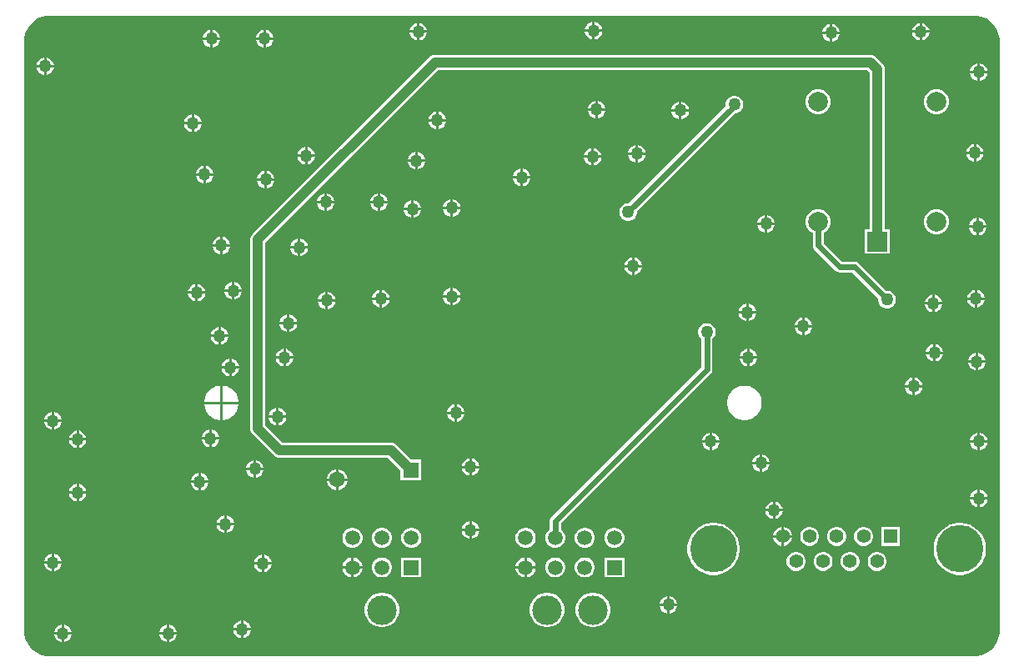
<source format=gbr>
%TF.GenerationSoftware,Altium Limited,Altium Designer,25.8.1 (18)*%
G04 Layer_Physical_Order=2*
G04 Layer_Color=16711680*
%FSLAX45Y45*%
%MOMM*%
%TF.SameCoordinates,0F1D7CA1-D0BB-481A-9C26-AB2C8EFFB1FF*%
%TF.FilePolarity,Positive*%
%TF.FileFunction,Copper,L2,Bot,Signal*%
%TF.Part,Single*%
G01*
G75*
%TA.AperFunction,Conductor*%
%ADD27C,0.60000*%
%ADD28C,1.00000*%
%TA.AperFunction,ComponentPad*%
%ADD30C,1.40000*%
%ADD31C,1.52000*%
%ADD32C,1.60000*%
%ADD33C,3.00000*%
%ADD34R,1.52000X1.52000*%
%ADD35R,1.60000X1.60000*%
%ADD36C,2.00000*%
%ADD37R,1.40000X1.40000*%
%ADD38C,4.80000*%
%ADD39R,2.00000X2.00000*%
%TA.AperFunction,ViaPad*%
%ADD40C,1.27000*%
G36*
X17020090Y15690239D02*
X17066315Y15671092D01*
X17107915Y15643295D01*
X17143294Y15607915D01*
X17171092Y15566315D01*
X17190239Y15520090D01*
X17200000Y15471017D01*
Y15446001D01*
Y9454000D01*
Y9428983D01*
X17190239Y9379911D01*
X17171092Y9333686D01*
X17143294Y9292084D01*
X17107915Y9256705D01*
X17066315Y9228908D01*
X17020090Y9209761D01*
X16971017Y9200000D01*
X7528983D01*
X7479911Y9209761D01*
X7433686Y9228908D01*
X7392084Y9256705D01*
X7356705Y9292084D01*
X7328908Y9333686D01*
X7309761Y9379911D01*
X7300000Y9428983D01*
Y9454000D01*
Y15446001D01*
Y15471017D01*
X7309761Y15520090D01*
X7328908Y15566315D01*
X7356705Y15607915D01*
X7392084Y15643295D01*
X7433686Y15671092D01*
X7479911Y15690239D01*
X7528983Y15700000D01*
X16971017D01*
X17020090Y15690239D01*
D02*
G37*
%LPC*%
G36*
X13092700Y15638634D02*
Y15562700D01*
X13168633D01*
X13162842Y15584314D01*
X13151138Y15604585D01*
X13134586Y15621138D01*
X13114314Y15632841D01*
X13092700Y15638634D01*
D02*
G37*
G36*
X13067300D02*
X13045686Y15632841D01*
X13025414Y15621138D01*
X13008862Y15604585D01*
X12997157Y15584314D01*
X12991367Y15562700D01*
X13067300D01*
Y15638634D01*
D02*
G37*
G36*
X16412700Y15628633D02*
Y15552699D01*
X16488634D01*
X16482841Y15574313D01*
X16471138Y15594586D01*
X16454585Y15611137D01*
X16434314Y15622841D01*
X16412700Y15628633D01*
D02*
G37*
G36*
X16387300D02*
X16365686Y15622841D01*
X16345415Y15611137D01*
X16328862Y15594586D01*
X16317159Y15574313D01*
X16311366Y15552699D01*
X16387300D01*
Y15628633D01*
D02*
G37*
G36*
X11312700D02*
Y15552699D01*
X11388633D01*
X11382842Y15574313D01*
X11371138Y15594586D01*
X11354586Y15611137D01*
X11334314Y15622841D01*
X11312700Y15628633D01*
D02*
G37*
G36*
X11287300D02*
X11265686Y15622841D01*
X11245414Y15611137D01*
X11228862Y15594586D01*
X11217158Y15574313D01*
X11211367Y15552699D01*
X11287300D01*
Y15628633D01*
D02*
G37*
G36*
X15502699Y15618633D02*
Y15542700D01*
X15578633D01*
X15572842Y15564314D01*
X15561137Y15584586D01*
X15544586Y15601138D01*
X15524313Y15612842D01*
X15502699Y15618633D01*
D02*
G37*
G36*
X15477299D02*
X15455685Y15612842D01*
X15435414Y15601138D01*
X15418861Y15584586D01*
X15407158Y15564314D01*
X15401367Y15542700D01*
X15477299D01*
Y15618633D01*
D02*
G37*
G36*
X9752700Y15558633D02*
Y15482700D01*
X9828633D01*
X9822842Y15504314D01*
X9811138Y15524586D01*
X9794586Y15541138D01*
X9774314Y15552843D01*
X9752700Y15558633D01*
D02*
G37*
G36*
X9727300D02*
X9705686Y15552843D01*
X9685414Y15541138D01*
X9668862Y15524586D01*
X9657158Y15504314D01*
X9651367Y15482700D01*
X9727300D01*
Y15558633D01*
D02*
G37*
G36*
X9212700D02*
Y15482700D01*
X9288633D01*
X9282841Y15504314D01*
X9271138Y15524586D01*
X9254586Y15541138D01*
X9234314Y15552843D01*
X9212700Y15558633D01*
D02*
G37*
G36*
X9187300D02*
X9165686Y15552843D01*
X9145414Y15541138D01*
X9128862Y15524586D01*
X9117158Y15504314D01*
X9111367Y15482700D01*
X9187300D01*
Y15558633D01*
D02*
G37*
G36*
X13168633Y15537300D02*
X13092700D01*
Y15461366D01*
X13114314Y15467159D01*
X13134586Y15478862D01*
X13151138Y15495415D01*
X13162842Y15515686D01*
X13168633Y15537300D01*
D02*
G37*
G36*
X13067300D02*
X12991367D01*
X12997157Y15515686D01*
X13008862Y15495415D01*
X13025414Y15478862D01*
X13045686Y15467159D01*
X13067300Y15461366D01*
Y15537300D01*
D02*
G37*
G36*
X16488634Y15527299D02*
X16412700D01*
Y15451367D01*
X16434314Y15457158D01*
X16454585Y15468861D01*
X16471138Y15485414D01*
X16482841Y15505685D01*
X16488634Y15527299D01*
D02*
G37*
G36*
X16387300D02*
X16311366D01*
X16317159Y15505685D01*
X16328862Y15485414D01*
X16345415Y15468861D01*
X16365686Y15457158D01*
X16387300Y15451367D01*
Y15527299D01*
D02*
G37*
G36*
X11388633D02*
X11312700D01*
Y15451367D01*
X11334314Y15457158D01*
X11354586Y15468861D01*
X11371138Y15485414D01*
X11382842Y15505685D01*
X11388633Y15527299D01*
D02*
G37*
G36*
X11287300D02*
X11211367D01*
X11217158Y15505685D01*
X11228862Y15485414D01*
X11245414Y15468861D01*
X11265686Y15457158D01*
X11287300Y15451367D01*
Y15527299D01*
D02*
G37*
G36*
X15578633Y15517300D02*
X15502699D01*
Y15441367D01*
X15524313Y15447157D01*
X15544586Y15458862D01*
X15561137Y15475414D01*
X15572842Y15495686D01*
X15578633Y15517300D01*
D02*
G37*
G36*
X15477299D02*
X15401367D01*
X15407158Y15495686D01*
X15418861Y15475414D01*
X15435414Y15458862D01*
X15455685Y15447157D01*
X15477299Y15441367D01*
Y15517300D01*
D02*
G37*
G36*
X9828633Y15457300D02*
X9752700D01*
Y15381367D01*
X9774314Y15387158D01*
X9794586Y15398862D01*
X9811138Y15415414D01*
X9822842Y15435686D01*
X9828633Y15457300D01*
D02*
G37*
G36*
X9727300D02*
X9651367D01*
X9657158Y15435686D01*
X9668862Y15415414D01*
X9685414Y15398862D01*
X9705686Y15387158D01*
X9727300Y15381367D01*
Y15457300D01*
D02*
G37*
G36*
X9288633D02*
X9212700D01*
Y15381367D01*
X9234314Y15387158D01*
X9254586Y15398862D01*
X9271138Y15415414D01*
X9282841Y15435686D01*
X9288633Y15457300D01*
D02*
G37*
G36*
X9187300D02*
X9111367D01*
X9117158Y15435686D01*
X9128862Y15415414D01*
X9145414Y15398862D01*
X9165686Y15387158D01*
X9187300Y15381367D01*
Y15457300D01*
D02*
G37*
G36*
X7522700Y15278633D02*
Y15202699D01*
X7598633D01*
X7592842Y15224313D01*
X7581138Y15244586D01*
X7564586Y15261137D01*
X7544314Y15272842D01*
X7522700Y15278633D01*
D02*
G37*
G36*
X7497300D02*
X7475686Y15272842D01*
X7455414Y15261137D01*
X7438862Y15244586D01*
X7427158Y15224313D01*
X7421367Y15202699D01*
X7497300D01*
Y15278633D01*
D02*
G37*
G36*
X17002699Y15218633D02*
Y15142700D01*
X17078633D01*
X17072842Y15164314D01*
X17061137Y15184586D01*
X17044586Y15201138D01*
X17024313Y15212842D01*
X17002699Y15218633D01*
D02*
G37*
G36*
X16977299D02*
X16955685Y15212842D01*
X16935414Y15201138D01*
X16918861Y15184586D01*
X16907158Y15164314D01*
X16901367Y15142700D01*
X16977299D01*
Y15218633D01*
D02*
G37*
G36*
X7598633Y15177299D02*
X7522700D01*
Y15101367D01*
X7544314Y15107159D01*
X7564586Y15118861D01*
X7581138Y15135414D01*
X7592842Y15155685D01*
X7598633Y15177299D01*
D02*
G37*
G36*
X7497300D02*
X7421367D01*
X7427158Y15155685D01*
X7438862Y15135414D01*
X7455414Y15118861D01*
X7475686Y15107159D01*
X7497300Y15101367D01*
Y15177299D01*
D02*
G37*
G36*
X17078633Y15117300D02*
X17002699D01*
Y15041367D01*
X17024313Y15047157D01*
X17044586Y15058862D01*
X17061137Y15075414D01*
X17072842Y15095686D01*
X17078633Y15117300D01*
D02*
G37*
G36*
X16977299D02*
X16901367D01*
X16907158Y15095686D01*
X16918861Y15075414D01*
X16935414Y15058862D01*
X16955685Y15047157D01*
X16977299Y15041367D01*
Y15117300D01*
D02*
G37*
G36*
X13122701Y14838634D02*
Y14762700D01*
X13198633D01*
X13192842Y14784314D01*
X13181139Y14804585D01*
X13164586Y14821138D01*
X13144315Y14832841D01*
X13122701Y14838634D01*
D02*
G37*
G36*
X13097301D02*
X13075687Y14832841D01*
X13055414Y14821138D01*
X13038863Y14804585D01*
X13027158Y14784314D01*
X13021367Y14762700D01*
X13097301D01*
Y14838634D01*
D02*
G37*
G36*
X13972701Y14828633D02*
Y14752699D01*
X14048633D01*
X14042842Y14774313D01*
X14031139Y14794586D01*
X14014586Y14811137D01*
X13994315Y14822842D01*
X13972701Y14828633D01*
D02*
G37*
G36*
X13947301D02*
X13925687Y14822842D01*
X13905414Y14811137D01*
X13888863Y14794586D01*
X13877158Y14774313D01*
X13871367Y14752699D01*
X13947301D01*
Y14828633D01*
D02*
G37*
G36*
X16576509Y14955400D02*
X16543491D01*
X16511597Y14946854D01*
X16483003Y14930345D01*
X16459656Y14906998D01*
X16443146Y14878403D01*
X16434599Y14846509D01*
Y14813490D01*
X16443146Y14781598D01*
X16459656Y14753003D01*
X16483003Y14729655D01*
X16511597Y14713145D01*
X16543491Y14704601D01*
X16576509D01*
X16608401Y14713145D01*
X16636996Y14729655D01*
X16660345Y14753003D01*
X16676854Y14781598D01*
X16685400Y14813490D01*
Y14846509D01*
X16676854Y14878403D01*
X16660345Y14906998D01*
X16636996Y14930345D01*
X16608401Y14946854D01*
X16576509Y14955400D01*
D02*
G37*
G36*
X15376509D02*
X15343491D01*
X15311597Y14946854D01*
X15283002Y14930345D01*
X15259656Y14906998D01*
X15243146Y14878403D01*
X15234599Y14846509D01*
Y14813490D01*
X15243146Y14781598D01*
X15259656Y14753003D01*
X15283002Y14729655D01*
X15311597Y14713145D01*
X15343491Y14704601D01*
X15376509D01*
X15408401Y14713145D01*
X15436996Y14729655D01*
X15460345Y14753003D01*
X15476854Y14781598D01*
X15485400Y14813490D01*
Y14846509D01*
X15476854Y14878403D01*
X15460345Y14906998D01*
X15436996Y14930345D01*
X15408401Y14946854D01*
X15376509Y14955400D01*
D02*
G37*
G36*
X13198633Y14737300D02*
X13122701D01*
Y14661366D01*
X13144315Y14667159D01*
X13164586Y14678862D01*
X13181139Y14695415D01*
X13192842Y14715686D01*
X13198633Y14737300D01*
D02*
G37*
G36*
X13097301D02*
X13021367D01*
X13027158Y14715686D01*
X13038863Y14695415D01*
X13055414Y14678862D01*
X13075687Y14667159D01*
X13097301Y14661366D01*
Y14737300D01*
D02*
G37*
G36*
X11502700Y14728633D02*
Y14652699D01*
X11578633D01*
X11572841Y14674313D01*
X11561138Y14694586D01*
X11544586Y14711137D01*
X11524314Y14722842D01*
X11502700Y14728633D01*
D02*
G37*
G36*
X11477300D02*
X11455686Y14722842D01*
X11435414Y14711137D01*
X11418862Y14694586D01*
X11407158Y14674313D01*
X11401367Y14652699D01*
X11477300D01*
Y14728633D01*
D02*
G37*
G36*
X14048633Y14727299D02*
X13972701D01*
Y14651367D01*
X13994315Y14657158D01*
X14014586Y14668861D01*
X14031139Y14685414D01*
X14042842Y14705685D01*
X14048633Y14727299D01*
D02*
G37*
G36*
X13947301D02*
X13871367D01*
X13877158Y14705685D01*
X13888863Y14685414D01*
X13905414Y14668861D01*
X13925687Y14657158D01*
X13947301Y14651367D01*
Y14727299D01*
D02*
G37*
G36*
X9022700Y14698633D02*
Y14622701D01*
X9098633D01*
X9092842Y14644315D01*
X9081138Y14664586D01*
X9064586Y14681139D01*
X9044314Y14692842D01*
X9022700Y14698633D01*
D02*
G37*
G36*
X8997300D02*
X8975686Y14692842D01*
X8955414Y14681139D01*
X8938862Y14664586D01*
X8927158Y14644315D01*
X8921367Y14622701D01*
X8997300D01*
Y14698633D01*
D02*
G37*
G36*
X11578633Y14627299D02*
X11502700D01*
Y14551367D01*
X11524314Y14557158D01*
X11544586Y14568861D01*
X11561138Y14585414D01*
X11572841Y14605685D01*
X11578633Y14627299D01*
D02*
G37*
G36*
X11477300D02*
X11401367D01*
X11407158Y14605685D01*
X11418862Y14585414D01*
X11435414Y14568861D01*
X11455686Y14557158D01*
X11477300Y14551367D01*
Y14627299D01*
D02*
G37*
G36*
X9098633Y14597301D02*
X9022700D01*
Y14521367D01*
X9044314Y14527158D01*
X9064586Y14538863D01*
X9081138Y14555414D01*
X9092842Y14575687D01*
X9098633Y14597301D01*
D02*
G37*
G36*
X8997300D02*
X8921367D01*
X8927158Y14575687D01*
X8938862Y14555414D01*
X8955414Y14538863D01*
X8975686Y14527158D01*
X8997300Y14521367D01*
Y14597301D01*
D02*
G37*
G36*
X16962700Y14398633D02*
Y14322701D01*
X17038634D01*
X17032841Y14344315D01*
X17021138Y14364586D01*
X17004585Y14381139D01*
X16984314Y14392842D01*
X16962700Y14398633D01*
D02*
G37*
G36*
X16937300D02*
X16915686Y14392842D01*
X16895415Y14381139D01*
X16878862Y14364586D01*
X16867159Y14344315D01*
X16861366Y14322701D01*
X16937300D01*
Y14398633D01*
D02*
G37*
G36*
X13532700Y14388634D02*
Y14312700D01*
X13608633D01*
X13602841Y14334314D01*
X13591138Y14354585D01*
X13574586Y14371138D01*
X13554314Y14382841D01*
X13532700Y14388634D01*
D02*
G37*
G36*
X13507300D02*
X13485686Y14382841D01*
X13465414Y14371138D01*
X13448862Y14354585D01*
X13437158Y14334314D01*
X13431367Y14312700D01*
X13507300D01*
Y14388634D01*
D02*
G37*
G36*
X10172700Y14368633D02*
Y14292700D01*
X10248633D01*
X10242842Y14314314D01*
X10231138Y14334586D01*
X10214586Y14351138D01*
X10194314Y14362840D01*
X10172700Y14368633D01*
D02*
G37*
G36*
X10147300D02*
X10125686Y14362840D01*
X10105414Y14351138D01*
X10088862Y14334586D01*
X10077158Y14314314D01*
X10071367Y14292700D01*
X10147300D01*
Y14368633D01*
D02*
G37*
G36*
X13082700Y14358633D02*
Y14282700D01*
X13158633D01*
X13152843Y14304314D01*
X13141138Y14324586D01*
X13124586Y14341138D01*
X13104314Y14352841D01*
X13082700Y14358633D01*
D02*
G37*
G36*
X13057300D02*
X13035686Y14352841D01*
X13015414Y14341138D01*
X12998862Y14324586D01*
X12987158Y14304314D01*
X12981367Y14282700D01*
X13057300D01*
Y14358633D01*
D02*
G37*
G36*
X11292700Y14318633D02*
Y14242700D01*
X11368633D01*
X11362842Y14264314D01*
X11351138Y14284586D01*
X11334586Y14301138D01*
X11314314Y14312842D01*
X11292700Y14318633D01*
D02*
G37*
G36*
X11267300D02*
X11245686Y14312842D01*
X11225414Y14301138D01*
X11208862Y14284586D01*
X11197158Y14264314D01*
X11191367Y14242700D01*
X11267300D01*
Y14318633D01*
D02*
G37*
G36*
X17038634Y14297301D02*
X16962700D01*
Y14221367D01*
X16984314Y14227158D01*
X17004585Y14238863D01*
X17021138Y14255414D01*
X17032841Y14275687D01*
X17038634Y14297301D01*
D02*
G37*
G36*
X16937300D02*
X16861366D01*
X16867159Y14275687D01*
X16878862Y14255414D01*
X16895415Y14238863D01*
X16915686Y14227158D01*
X16937300Y14221367D01*
Y14297301D01*
D02*
G37*
G36*
X13608633Y14287300D02*
X13532700D01*
Y14211366D01*
X13554314Y14217159D01*
X13574586Y14228862D01*
X13591138Y14245415D01*
X13602841Y14265686D01*
X13608633Y14287300D01*
D02*
G37*
G36*
X13507300D02*
X13431367D01*
X13437158Y14265686D01*
X13448862Y14245415D01*
X13465414Y14228862D01*
X13485686Y14217159D01*
X13507300Y14211366D01*
Y14287300D01*
D02*
G37*
G36*
X10248633Y14267300D02*
X10172700D01*
Y14191367D01*
X10194314Y14197157D01*
X10214586Y14208862D01*
X10231138Y14225414D01*
X10242842Y14245686D01*
X10248633Y14267300D01*
D02*
G37*
G36*
X10147300D02*
X10071367D01*
X10077158Y14245686D01*
X10088862Y14225414D01*
X10105414Y14208862D01*
X10125686Y14197157D01*
X10147300Y14191367D01*
Y14267300D01*
D02*
G37*
G36*
X13158633Y14257300D02*
X13082700D01*
Y14181367D01*
X13104314Y14187158D01*
X13124586Y14198862D01*
X13141138Y14215414D01*
X13152843Y14235686D01*
X13158633Y14257300D01*
D02*
G37*
G36*
X13057300D02*
X12981367D01*
X12987158Y14235686D01*
X12998862Y14215414D01*
X13015414Y14198862D01*
X13035686Y14187158D01*
X13057300Y14181367D01*
Y14257300D01*
D02*
G37*
G36*
X11368633Y14217300D02*
X11292700D01*
Y14141367D01*
X11314314Y14147157D01*
X11334586Y14158862D01*
X11351138Y14175414D01*
X11362842Y14195686D01*
X11368633Y14217300D01*
D02*
G37*
G36*
X11267300D02*
X11191367D01*
X11197158Y14195686D01*
X11208862Y14175414D01*
X11225414Y14158862D01*
X11245686Y14147157D01*
X11267300Y14141367D01*
Y14217300D01*
D02*
G37*
G36*
X9142700Y14178633D02*
Y14102699D01*
X9218633D01*
X9212842Y14124313D01*
X9201138Y14144586D01*
X9184586Y14161137D01*
X9164314Y14172842D01*
X9142700Y14178633D01*
D02*
G37*
G36*
X9117300D02*
X9095686Y14172842D01*
X9075414Y14161137D01*
X9058862Y14144586D01*
X9047158Y14124313D01*
X9041367Y14102699D01*
X9117300D01*
Y14178633D01*
D02*
G37*
G36*
X12362700Y14148633D02*
Y14072701D01*
X12438633D01*
X12432842Y14094315D01*
X12421138Y14114586D01*
X12404586Y14131139D01*
X12384314Y14142842D01*
X12362700Y14148633D01*
D02*
G37*
G36*
X12337300D02*
X12315686Y14142842D01*
X12295414Y14131139D01*
X12278862Y14114586D01*
X12267158Y14094315D01*
X12261367Y14072701D01*
X12337300D01*
Y14148633D01*
D02*
G37*
G36*
X9762700Y14128633D02*
Y14052699D01*
X9838633D01*
X9832842Y14074313D01*
X9821138Y14094586D01*
X9804586Y14111137D01*
X9784314Y14122842D01*
X9762700Y14128633D01*
D02*
G37*
G36*
X9737300D02*
X9715686Y14122842D01*
X9695414Y14111137D01*
X9678862Y14094586D01*
X9667158Y14074313D01*
X9661367Y14052699D01*
X9737300D01*
Y14128633D01*
D02*
G37*
G36*
X9218633Y14077299D02*
X9142700D01*
Y14001367D01*
X9164314Y14007158D01*
X9184586Y14018861D01*
X9201138Y14035414D01*
X9212842Y14055685D01*
X9218633Y14077299D01*
D02*
G37*
G36*
X9117300D02*
X9041367D01*
X9047158Y14055685D01*
X9058862Y14035414D01*
X9075414Y14018861D01*
X9095686Y14007158D01*
X9117300Y14001367D01*
Y14077299D01*
D02*
G37*
G36*
X12438633Y14047301D02*
X12362700D01*
Y13971367D01*
X12384314Y13977158D01*
X12404586Y13988863D01*
X12421138Y14005414D01*
X12432842Y14025687D01*
X12438633Y14047301D01*
D02*
G37*
G36*
X12337300D02*
X12261367D01*
X12267158Y14025687D01*
X12278862Y14005414D01*
X12295414Y13988863D01*
X12315686Y13977158D01*
X12337300Y13971367D01*
Y14047301D01*
D02*
G37*
G36*
X9838633Y14027299D02*
X9762700D01*
Y13951367D01*
X9784314Y13957159D01*
X9804586Y13968861D01*
X9821138Y13985414D01*
X9832842Y14005685D01*
X9838633Y14027299D01*
D02*
G37*
G36*
X9737300D02*
X9661367D01*
X9667158Y14005685D01*
X9678862Y13985414D01*
X9695414Y13968861D01*
X9715686Y13957159D01*
X9737300Y13951367D01*
Y14027299D01*
D02*
G37*
G36*
X10912700Y13898633D02*
Y13822701D01*
X10988633D01*
X10982841Y13844315D01*
X10971138Y13864586D01*
X10954586Y13881139D01*
X10934314Y13892842D01*
X10912700Y13898633D01*
D02*
G37*
G36*
X10887300D02*
X10865686Y13892842D01*
X10845414Y13881139D01*
X10828862Y13864586D01*
X10817158Y13844315D01*
X10811367Y13822701D01*
X10887300D01*
Y13898633D01*
D02*
G37*
G36*
X10372700D02*
Y13822701D01*
X10448633D01*
X10442841Y13844315D01*
X10431138Y13864586D01*
X10414586Y13881139D01*
X10394314Y13892842D01*
X10372700Y13898633D01*
D02*
G37*
G36*
X10347300D02*
X10325686Y13892842D01*
X10305414Y13881139D01*
X10288862Y13864586D01*
X10277158Y13844315D01*
X10271367Y13822701D01*
X10347300D01*
Y13898633D01*
D02*
G37*
G36*
X11652700Y13838634D02*
Y13762700D01*
X11728633D01*
X11722842Y13784314D01*
X11711138Y13804585D01*
X11694586Y13821138D01*
X11674314Y13832841D01*
X11652700Y13838634D01*
D02*
G37*
G36*
X11627300D02*
X11605686Y13832841D01*
X11585414Y13821138D01*
X11568862Y13804585D01*
X11557158Y13784314D01*
X11551367Y13762700D01*
X11627300D01*
Y13838634D01*
D02*
G37*
G36*
X11252700Y13828633D02*
Y13752699D01*
X11328633D01*
X11322842Y13774313D01*
X11311138Y13794586D01*
X11294586Y13811137D01*
X11274314Y13822842D01*
X11252700Y13828633D01*
D02*
G37*
G36*
X11227300D02*
X11205686Y13822842D01*
X11185414Y13811137D01*
X11168862Y13794586D01*
X11157159Y13774313D01*
X11151367Y13752699D01*
X11227300D01*
Y13828633D01*
D02*
G37*
G36*
X10988633Y13797301D02*
X10912700D01*
Y13721367D01*
X10934314Y13727159D01*
X10954586Y13738863D01*
X10971138Y13755414D01*
X10982841Y13775687D01*
X10988633Y13797301D01*
D02*
G37*
G36*
X10887300D02*
X10811367D01*
X10817158Y13775687D01*
X10828862Y13755414D01*
X10845414Y13738863D01*
X10865686Y13727159D01*
X10887300Y13721367D01*
Y13797301D01*
D02*
G37*
G36*
X10448633D02*
X10372700D01*
Y13721367D01*
X10394314Y13727159D01*
X10414586Y13738863D01*
X10431138Y13755414D01*
X10442841Y13775687D01*
X10448633Y13797301D01*
D02*
G37*
G36*
X10347300D02*
X10271367D01*
X10277158Y13775687D01*
X10288862Y13755414D01*
X10305414Y13738863D01*
X10325686Y13727159D01*
X10347300Y13721367D01*
Y13797301D01*
D02*
G37*
G36*
X11728633Y13737300D02*
X11652700D01*
Y13661366D01*
X11674314Y13667159D01*
X11694586Y13678862D01*
X11711138Y13695415D01*
X11722842Y13715686D01*
X11728633Y13737300D01*
D02*
G37*
G36*
X11627300D02*
X11551367D01*
X11557158Y13715686D01*
X11568862Y13695415D01*
X11585414Y13678862D01*
X11605686Y13667159D01*
X11627300Y13661366D01*
Y13737300D01*
D02*
G37*
G36*
X11328633Y13727299D02*
X11252700D01*
Y13651367D01*
X11274314Y13657158D01*
X11294586Y13668861D01*
X11311138Y13685414D01*
X11322842Y13705685D01*
X11328633Y13727299D01*
D02*
G37*
G36*
X11227300D02*
X11151367D01*
X11157159Y13705685D01*
X11168862Y13685414D01*
X11185414Y13668861D01*
X11205686Y13657158D01*
X11227300Y13651367D01*
Y13727299D01*
D02*
G37*
G36*
X14521703Y14888901D02*
X14498296D01*
X14475687Y14882841D01*
X14455414Y14871138D01*
X14438863Y14854585D01*
X14427158Y14834314D01*
X14421100Y14811703D01*
Y14788297D01*
X14422646Y14782527D01*
X13439018Y13798900D01*
X13418295D01*
X13395686Y13792842D01*
X13375414Y13781139D01*
X13358862Y13764586D01*
X13347157Y13744315D01*
X13341100Y13721704D01*
Y13698296D01*
X13347157Y13675687D01*
X13358862Y13655414D01*
X13375414Y13638863D01*
X13395686Y13627158D01*
X13418295Y13621100D01*
X13441704D01*
X13464314Y13627158D01*
X13484586Y13638863D01*
X13501138Y13655414D01*
X13512842Y13675687D01*
X13518900Y13698296D01*
Y13719019D01*
X14510982Y14711099D01*
X14521703D01*
X14544315Y14717159D01*
X14564586Y14728862D01*
X14581137Y14745415D01*
X14592841Y14765686D01*
X14598900Y14788297D01*
Y14811703D01*
X14592841Y14834314D01*
X14581137Y14854585D01*
X14564586Y14871138D01*
X14544315Y14882841D01*
X14521703Y14888901D01*
D02*
G37*
G36*
X14842700Y13678633D02*
Y13602699D01*
X14918633D01*
X14912840Y13624313D01*
X14901138Y13644586D01*
X14884586Y13661137D01*
X14864314Y13672842D01*
X14842700Y13678633D01*
D02*
G37*
G36*
X14817300D02*
X14795686Y13672842D01*
X14775414Y13661137D01*
X14758862Y13644586D01*
X14747157Y13624313D01*
X14741367Y13602699D01*
X14817300D01*
Y13678633D01*
D02*
G37*
G36*
X16992700Y13648633D02*
Y13572701D01*
X17068633D01*
X17062842Y13594315D01*
X17051138Y13614586D01*
X17034586Y13631139D01*
X17014314Y13642842D01*
X16992700Y13648633D01*
D02*
G37*
G36*
X16967300D02*
X16945686Y13642842D01*
X16925414Y13631139D01*
X16908862Y13614586D01*
X16897157Y13594315D01*
X16891367Y13572701D01*
X16967300D01*
Y13648633D01*
D02*
G37*
G36*
X14918633Y13577299D02*
X14842700D01*
Y13501367D01*
X14864314Y13507158D01*
X14884586Y13518861D01*
X14901138Y13535414D01*
X14912840Y13555685D01*
X14918633Y13577299D01*
D02*
G37*
G36*
X14817300D02*
X14741367D01*
X14747157Y13555685D01*
X14758862Y13535414D01*
X14775414Y13518861D01*
X14795686Y13507158D01*
X14817300Y13501367D01*
Y13577299D01*
D02*
G37*
G36*
X16576509Y13735400D02*
X16543491D01*
X16511597Y13726854D01*
X16483003Y13710345D01*
X16459656Y13686998D01*
X16443146Y13658403D01*
X16434599Y13626509D01*
Y13593491D01*
X16443146Y13561598D01*
X16459656Y13533003D01*
X16483003Y13509656D01*
X16511597Y13493146D01*
X16543491Y13484599D01*
X16576509D01*
X16608401Y13493146D01*
X16636996Y13509656D01*
X16660345Y13533003D01*
X16676854Y13561598D01*
X16685400Y13593491D01*
Y13626509D01*
X16676854Y13658403D01*
X16660345Y13686998D01*
X16636996Y13710345D01*
X16608401Y13726854D01*
X16576509Y13735400D01*
D02*
G37*
G36*
X17068633Y13547301D02*
X16992700D01*
Y13471367D01*
X17014314Y13477158D01*
X17034586Y13488863D01*
X17051138Y13505414D01*
X17062842Y13525687D01*
X17068633Y13547301D01*
D02*
G37*
G36*
X16967300D02*
X16891367D01*
X16897157Y13525687D01*
X16908862Y13505414D01*
X16925414Y13488863D01*
X16945686Y13477158D01*
X16967300Y13471367D01*
Y13547301D01*
D02*
G37*
G36*
X9312700Y13458633D02*
Y13382700D01*
X9388633D01*
X9382842Y13404314D01*
X9371138Y13424586D01*
X9354586Y13441138D01*
X9334314Y13452843D01*
X9312700Y13458633D01*
D02*
G37*
G36*
X9287300D02*
X9265686Y13452843D01*
X9245414Y13441138D01*
X9228862Y13424586D01*
X9217158Y13404314D01*
X9211367Y13382700D01*
X9287300D01*
Y13458633D01*
D02*
G37*
G36*
X10102700Y13438634D02*
Y13362700D01*
X10178633D01*
X10172841Y13384314D01*
X10161138Y13404585D01*
X10144586Y13421138D01*
X10124314Y13432841D01*
X10102700Y13438634D01*
D02*
G37*
G36*
X10077300D02*
X10055686Y13432841D01*
X10035414Y13421138D01*
X10018862Y13404585D01*
X10007158Y13384314D01*
X10001367Y13362700D01*
X10077300D01*
Y13438634D01*
D02*
G37*
G36*
X15889999Y15306052D02*
X11470000D01*
X11450316Y15303459D01*
X11444944Y15301234D01*
X11431975Y15295862D01*
X11416224Y15283775D01*
X9616224Y13483775D01*
X9604138Y13468025D01*
X9598766Y13455057D01*
X9596541Y13449684D01*
X9593949Y13430000D01*
Y11510000D01*
X9596541Y11490317D01*
X9598766Y11484945D01*
X9604138Y11471975D01*
X9616224Y11456224D01*
X9836224Y11236224D01*
X9851975Y11224138D01*
X9864944Y11218766D01*
X9870317Y11216541D01*
X9890000Y11213949D01*
X10993499D01*
X11119600Y11087848D01*
Y10984600D01*
X11330400D01*
Y11195400D01*
X11227152D01*
X11078776Y11343776D01*
X11063025Y11355862D01*
X11050055Y11361234D01*
X11044683Y11363459D01*
X11025000Y11366051D01*
X9921501D01*
X9746051Y11541501D01*
Y13398499D01*
X11501501Y15153949D01*
X15858499D01*
X15883949Y15128499D01*
Y13535400D01*
X15834599D01*
Y13284599D01*
X16085400D01*
Y13535400D01*
X16036050D01*
Y15160001D01*
X16033459Y15179684D01*
X16029008Y15190428D01*
X16025862Y15198026D01*
X16013776Y15213776D01*
X15943776Y15283775D01*
X15928024Y15295862D01*
X15915056Y15301234D01*
X15909683Y15303459D01*
X15889999Y15306052D01*
D02*
G37*
G36*
X9388633Y13357300D02*
X9312700D01*
Y13281367D01*
X9334314Y13287158D01*
X9354586Y13298862D01*
X9371138Y13315414D01*
X9382842Y13335686D01*
X9388633Y13357300D01*
D02*
G37*
G36*
X9287300D02*
X9211367D01*
X9217158Y13335686D01*
X9228862Y13315414D01*
X9245414Y13298862D01*
X9265686Y13287158D01*
X9287300Y13281367D01*
Y13357300D01*
D02*
G37*
G36*
X10178633Y13337300D02*
X10102700D01*
Y13261366D01*
X10124314Y13267159D01*
X10144586Y13278862D01*
X10161138Y13295415D01*
X10172841Y13315686D01*
X10178633Y13337300D01*
D02*
G37*
G36*
X10077300D02*
X10001367D01*
X10007158Y13315686D01*
X10018862Y13295415D01*
X10035414Y13278862D01*
X10055686Y13267159D01*
X10077300Y13261366D01*
Y13337300D01*
D02*
G37*
G36*
X13492700Y13248633D02*
Y13172701D01*
X13568633D01*
X13562842Y13194315D01*
X13551138Y13214586D01*
X13534586Y13231139D01*
X13514314Y13242842D01*
X13492700Y13248633D01*
D02*
G37*
G36*
X13467300D02*
X13445686Y13242842D01*
X13425414Y13231139D01*
X13408862Y13214586D01*
X13397157Y13194315D01*
X13391367Y13172701D01*
X13467300D01*
Y13248633D01*
D02*
G37*
G36*
X13568633Y13147301D02*
X13492700D01*
Y13071367D01*
X13514314Y13077159D01*
X13534586Y13088863D01*
X13551138Y13105414D01*
X13562842Y13125687D01*
X13568633Y13147301D01*
D02*
G37*
G36*
X13467300D02*
X13391367D01*
X13397157Y13125687D01*
X13408862Y13105414D01*
X13425414Y13088863D01*
X13445686Y13077159D01*
X13467300Y13071367D01*
Y13147301D01*
D02*
G37*
G36*
X9432700Y12998633D02*
Y12922701D01*
X9508633D01*
X9502842Y12944315D01*
X9491138Y12964586D01*
X9474586Y12981139D01*
X9454314Y12992842D01*
X9432700Y12998633D01*
D02*
G37*
G36*
X9407300D02*
X9385686Y12992842D01*
X9365414Y12981139D01*
X9348862Y12964586D01*
X9337158Y12944315D01*
X9331367Y12922701D01*
X9407300D01*
Y12998633D01*
D02*
G37*
G36*
X9062700Y12978633D02*
Y12902699D01*
X9138633D01*
X9132842Y12924313D01*
X9121138Y12944586D01*
X9104586Y12961137D01*
X9084314Y12972841D01*
X9062700Y12978633D01*
D02*
G37*
G36*
X9037300D02*
X9015686Y12972841D01*
X8995414Y12961137D01*
X8978862Y12944586D01*
X8967158Y12924313D01*
X8961367Y12902699D01*
X9037300D01*
Y12978633D01*
D02*
G37*
G36*
X11652700Y12938634D02*
Y12862700D01*
X11728633D01*
X11722842Y12884314D01*
X11711138Y12904585D01*
X11694586Y12921138D01*
X11674314Y12932841D01*
X11652700Y12938634D01*
D02*
G37*
G36*
X11627300D02*
X11605686Y12932841D01*
X11585414Y12921138D01*
X11568862Y12904585D01*
X11557158Y12884314D01*
X11551367Y12862700D01*
X11627300D01*
Y12938634D01*
D02*
G37*
G36*
X16972701Y12918633D02*
Y12842700D01*
X17048633D01*
X17042842Y12864314D01*
X17031139Y12884586D01*
X17014586Y12901138D01*
X16994315Y12912842D01*
X16972701Y12918633D01*
D02*
G37*
G36*
X16947301D02*
X16925687Y12912842D01*
X16905414Y12901138D01*
X16888863Y12884586D01*
X16877159Y12864314D01*
X16871367Y12842700D01*
X16947301D01*
Y12918633D01*
D02*
G37*
G36*
X10932700D02*
Y12842700D01*
X11008633D01*
X11002842Y12864314D01*
X10991138Y12884586D01*
X10974586Y12901138D01*
X10954314Y12912842D01*
X10932700Y12918633D01*
D02*
G37*
G36*
X10907300D02*
X10885686Y12912842D01*
X10865414Y12901138D01*
X10848862Y12884586D01*
X10837158Y12864314D01*
X10831367Y12842700D01*
X10907300D01*
Y12918633D01*
D02*
G37*
G36*
X10382700Y12898633D02*
Y12822701D01*
X10458633D01*
X10452842Y12844315D01*
X10441138Y12864586D01*
X10424586Y12881139D01*
X10404314Y12892842D01*
X10382700Y12898633D01*
D02*
G37*
G36*
X10357300D02*
X10335686Y12892842D01*
X10315414Y12881139D01*
X10298862Y12864586D01*
X10287158Y12844315D01*
X10281367Y12822701D01*
X10357300D01*
Y12898633D01*
D02*
G37*
G36*
X9508633Y12897301D02*
X9432700D01*
Y12821367D01*
X9454314Y12827158D01*
X9474586Y12838863D01*
X9491138Y12855414D01*
X9502842Y12875687D01*
X9508633Y12897301D01*
D02*
G37*
G36*
X9407300D02*
X9331367D01*
X9337158Y12875687D01*
X9348862Y12855414D01*
X9365414Y12838863D01*
X9385686Y12827158D01*
X9407300Y12821367D01*
Y12897301D01*
D02*
G37*
G36*
X9138633Y12877299D02*
X9062700D01*
Y12801367D01*
X9084314Y12807158D01*
X9104586Y12818861D01*
X9121138Y12835414D01*
X9132842Y12855685D01*
X9138633Y12877299D01*
D02*
G37*
G36*
X9037300D02*
X8961367D01*
X8967158Y12855685D01*
X8978862Y12835414D01*
X8995414Y12818861D01*
X9015686Y12807158D01*
X9037300Y12801367D01*
Y12877299D01*
D02*
G37*
G36*
X16542700Y12868633D02*
Y12792700D01*
X16618633D01*
X16612842Y12814314D01*
X16601138Y12834586D01*
X16584586Y12851138D01*
X16564314Y12862842D01*
X16542700Y12868633D01*
D02*
G37*
G36*
X16517300D02*
X16495686Y12862842D01*
X16475414Y12851138D01*
X16458862Y12834586D01*
X16447157Y12814314D01*
X16441367Y12792700D01*
X16517300D01*
Y12868633D01*
D02*
G37*
G36*
X11728633Y12837300D02*
X11652700D01*
Y12761367D01*
X11674314Y12767158D01*
X11694586Y12778862D01*
X11711138Y12795414D01*
X11722842Y12815686D01*
X11728633Y12837300D01*
D02*
G37*
G36*
X11627300D02*
X11551367D01*
X11557158Y12815686D01*
X11568862Y12795414D01*
X11585414Y12778862D01*
X11605686Y12767158D01*
X11627300Y12761367D01*
Y12837300D01*
D02*
G37*
G36*
X17048633Y12817300D02*
X16972701D01*
Y12741367D01*
X16994315Y12747158D01*
X17014586Y12758862D01*
X17031139Y12775414D01*
X17042842Y12795686D01*
X17048633Y12817300D01*
D02*
G37*
G36*
X16947301D02*
X16871367D01*
X16877159Y12795686D01*
X16888863Y12775414D01*
X16905414Y12758862D01*
X16925687Y12747158D01*
X16947301Y12741367D01*
Y12817300D01*
D02*
G37*
G36*
X11008633D02*
X10932700D01*
Y12741367D01*
X10954314Y12747158D01*
X10974586Y12758862D01*
X10991138Y12775414D01*
X11002842Y12795686D01*
X11008633Y12817300D01*
D02*
G37*
G36*
X10907300D02*
X10831367D01*
X10837158Y12795686D01*
X10848862Y12775414D01*
X10865414Y12758862D01*
X10885686Y12747158D01*
X10907300Y12741367D01*
Y12817300D01*
D02*
G37*
G36*
X15376509Y13735400D02*
X15343491D01*
X15311597Y13726854D01*
X15283002Y13710345D01*
X15259656Y13686998D01*
X15243146Y13658403D01*
X15234599Y13626509D01*
Y13593491D01*
X15243146Y13561598D01*
X15259656Y13533003D01*
X15283002Y13509656D01*
X15303514Y13497812D01*
Y13370003D01*
X15303514Y13370000D01*
X15307814Y13348386D01*
X15320059Y13330058D01*
X15540057Y13110060D01*
X15540059Y13110059D01*
X15551044Y13102719D01*
X15558385Y13097815D01*
X15580000Y13093515D01*
X15580000Y13093515D01*
X15706602D01*
X15971100Y12829018D01*
Y12808296D01*
X15977158Y12785686D01*
X15988863Y12765414D01*
X16005414Y12748862D01*
X16025687Y12737158D01*
X16048296Y12731100D01*
X16071704D01*
X16094315Y12737158D01*
X16114586Y12748862D01*
X16131139Y12765414D01*
X16142841Y12785686D01*
X16148900Y12808296D01*
Y12831705D01*
X16142841Y12854314D01*
X16131139Y12874586D01*
X16114586Y12891138D01*
X16094315Y12902843D01*
X16071704Y12908900D01*
X16050983D01*
X15769942Y13189941D01*
X15751616Y13202187D01*
X15730000Y13206487D01*
X15729999Y13206485D01*
X15603397D01*
X15416486Y13393398D01*
Y13497812D01*
X15436996Y13509656D01*
X15460345Y13533003D01*
X15476854Y13561598D01*
X15485400Y13593491D01*
Y13626509D01*
X15476854Y13658403D01*
X15460345Y13686998D01*
X15436996Y13710345D01*
X15408401Y13726854D01*
X15376509Y13735400D01*
D02*
G37*
G36*
X10458633Y12797300D02*
X10382700D01*
Y12721367D01*
X10404314Y12727158D01*
X10424586Y12738862D01*
X10441138Y12755414D01*
X10452842Y12775686D01*
X10458633Y12797300D01*
D02*
G37*
G36*
X10357300D02*
X10281367D01*
X10287158Y12775686D01*
X10298862Y12755414D01*
X10315414Y12738862D01*
X10335686Y12727158D01*
X10357300Y12721367D01*
Y12797300D01*
D02*
G37*
G36*
X14652699Y12778633D02*
Y12702700D01*
X14728633D01*
X14722842Y12724314D01*
X14711137Y12744586D01*
X14694586Y12761138D01*
X14674313Y12772842D01*
X14652699Y12778633D01*
D02*
G37*
G36*
X14627299D02*
X14605685Y12772842D01*
X14585414Y12761138D01*
X14568861Y12744586D01*
X14557158Y12724314D01*
X14551367Y12702700D01*
X14627299D01*
Y12778633D01*
D02*
G37*
G36*
X16618633Y12767300D02*
X16542700D01*
Y12691367D01*
X16564314Y12697159D01*
X16584586Y12708862D01*
X16601138Y12725414D01*
X16612842Y12745686D01*
X16618633Y12767300D01*
D02*
G37*
G36*
X16517300D02*
X16441367D01*
X16447157Y12745686D01*
X16458862Y12725414D01*
X16475414Y12708862D01*
X16495686Y12697159D01*
X16517300Y12691367D01*
Y12767300D01*
D02*
G37*
G36*
X14728633Y12677300D02*
X14652699D01*
Y12601367D01*
X14674313Y12607158D01*
X14694586Y12618862D01*
X14711137Y12635414D01*
X14722842Y12655686D01*
X14728633Y12677300D01*
D02*
G37*
G36*
X14627299D02*
X14551367D01*
X14557158Y12655686D01*
X14568861Y12635414D01*
X14585414Y12618862D01*
X14605685Y12607158D01*
X14627299Y12601367D01*
Y12677300D01*
D02*
G37*
G36*
X9992700Y12668633D02*
Y12592700D01*
X10068633D01*
X10062842Y12614314D01*
X10051138Y12634586D01*
X10034586Y12651138D01*
X10014314Y12662842D01*
X9992700Y12668633D01*
D02*
G37*
G36*
X9967300D02*
X9945686Y12662842D01*
X9925414Y12651138D01*
X9908862Y12634586D01*
X9897159Y12614314D01*
X9891367Y12592700D01*
X9967300D01*
Y12668633D01*
D02*
G37*
G36*
X15222701Y12638633D02*
Y12562700D01*
X15298633D01*
X15292841Y12584314D01*
X15281139Y12604586D01*
X15264586Y12621138D01*
X15244315Y12632841D01*
X15222701Y12638633D01*
D02*
G37*
G36*
X15197301D02*
X15175687Y12632841D01*
X15155414Y12621138D01*
X15138863Y12604586D01*
X15127158Y12584314D01*
X15121367Y12562700D01*
X15197301D01*
Y12638633D01*
D02*
G37*
G36*
X10068633Y12567300D02*
X9992700D01*
Y12491367D01*
X10014314Y12497158D01*
X10034586Y12508862D01*
X10051138Y12525414D01*
X10062842Y12545686D01*
X10068633Y12567300D01*
D02*
G37*
G36*
X9967300D02*
X9891367D01*
X9897159Y12545686D01*
X9908862Y12525414D01*
X9925414Y12508862D01*
X9945686Y12497158D01*
X9967300Y12491367D01*
Y12567300D01*
D02*
G37*
G36*
X9292700Y12538633D02*
Y12462700D01*
X9368633D01*
X9362842Y12484314D01*
X9351138Y12504586D01*
X9334586Y12521138D01*
X9314314Y12532842D01*
X9292700Y12538633D01*
D02*
G37*
G36*
X9267300D02*
X9245686Y12532842D01*
X9225414Y12521138D01*
X9208862Y12504586D01*
X9197158Y12484314D01*
X9191367Y12462700D01*
X9267300D01*
Y12538633D01*
D02*
G37*
G36*
X15298633Y12537300D02*
X15222701D01*
Y12461367D01*
X15244315Y12467158D01*
X15264586Y12478862D01*
X15281139Y12495414D01*
X15292841Y12515686D01*
X15298633Y12537300D01*
D02*
G37*
G36*
X15197301D02*
X15121367D01*
X15127158Y12515686D01*
X15138863Y12495414D01*
X15155414Y12478862D01*
X15175687Y12467158D01*
X15197301Y12461367D01*
Y12537300D01*
D02*
G37*
G36*
X9368633Y12437300D02*
X9292700D01*
Y12361367D01*
X9314314Y12367158D01*
X9334586Y12378862D01*
X9351138Y12395414D01*
X9362842Y12415686D01*
X9368633Y12437300D01*
D02*
G37*
G36*
X9267300D02*
X9191367D01*
X9197158Y12415686D01*
X9208862Y12395414D01*
X9225414Y12378862D01*
X9245686Y12367158D01*
X9267300Y12361367D01*
Y12437300D01*
D02*
G37*
G36*
X16552699Y12368633D02*
Y12292700D01*
X16628633D01*
X16622842Y12314314D01*
X16611137Y12334586D01*
X16594586Y12351138D01*
X16574313Y12362841D01*
X16552699Y12368633D01*
D02*
G37*
G36*
X16527299D02*
X16505685Y12362841D01*
X16485414Y12351138D01*
X16468861Y12334586D01*
X16457158Y12314314D01*
X16451367Y12292700D01*
X16527299D01*
Y12368633D01*
D02*
G37*
G36*
X14662700Y12318633D02*
Y12242700D01*
X14738634D01*
X14732841Y12264314D01*
X14721138Y12284586D01*
X14704585Y12301138D01*
X14684314Y12312842D01*
X14662700Y12318633D01*
D02*
G37*
G36*
X14637300D02*
X14615686Y12312842D01*
X14595415Y12301138D01*
X14578862Y12284586D01*
X14567159Y12264314D01*
X14561366Y12242700D01*
X14637300D01*
Y12318633D01*
D02*
G37*
G36*
X9952700D02*
Y12242700D01*
X10028633D01*
X10022842Y12264314D01*
X10011138Y12284586D01*
X9994586Y12301138D01*
X9974314Y12312842D01*
X9952700Y12318633D01*
D02*
G37*
G36*
X9927300D02*
X9905686Y12312842D01*
X9885414Y12301138D01*
X9868862Y12284586D01*
X9857158Y12264314D01*
X9851367Y12242700D01*
X9927300D01*
Y12318633D01*
D02*
G37*
G36*
X16982700Y12278633D02*
Y12202700D01*
X17058633D01*
X17052843Y12224314D01*
X17041138Y12244586D01*
X17024586Y12261138D01*
X17004314Y12272842D01*
X16982700Y12278633D01*
D02*
G37*
G36*
X16957300D02*
X16935686Y12272842D01*
X16915414Y12261138D01*
X16898862Y12244586D01*
X16887160Y12224314D01*
X16881367Y12202700D01*
X16957300D01*
Y12278633D01*
D02*
G37*
G36*
X16628633Y12267300D02*
X16552699D01*
Y12191367D01*
X16574313Y12197158D01*
X16594586Y12208862D01*
X16611137Y12225414D01*
X16622842Y12245686D01*
X16628633Y12267300D01*
D02*
G37*
G36*
X16527299D02*
X16451367D01*
X16457158Y12245686D01*
X16468861Y12225414D01*
X16485414Y12208862D01*
X16505685Y12197158D01*
X16527299Y12191367D01*
Y12267300D01*
D02*
G37*
G36*
X9402700Y12218633D02*
Y12142700D01*
X9478633D01*
X9472842Y12164314D01*
X9461138Y12184586D01*
X9444586Y12201138D01*
X9424314Y12212842D01*
X9402700Y12218633D01*
D02*
G37*
G36*
X9377300D02*
X9355686Y12212842D01*
X9335414Y12201138D01*
X9318862Y12184586D01*
X9307158Y12164314D01*
X9301367Y12142700D01*
X9377300D01*
Y12218633D01*
D02*
G37*
G36*
X14738634Y12217300D02*
X14662700D01*
Y12141367D01*
X14684314Y12147158D01*
X14704585Y12158862D01*
X14721138Y12175414D01*
X14732841Y12195686D01*
X14738634Y12217300D01*
D02*
G37*
G36*
X14637300D02*
X14561366D01*
X14567159Y12195686D01*
X14578862Y12175414D01*
X14595415Y12158862D01*
X14615686Y12147158D01*
X14637300Y12141367D01*
Y12217300D01*
D02*
G37*
G36*
X10028633D02*
X9952700D01*
Y12141367D01*
X9974314Y12147158D01*
X9994586Y12158862D01*
X10011138Y12175414D01*
X10022842Y12195686D01*
X10028633Y12217300D01*
D02*
G37*
G36*
X9927300D02*
X9851367D01*
X9857158Y12195686D01*
X9868862Y12175414D01*
X9885414Y12158862D01*
X9905686Y12147158D01*
X9927300Y12141367D01*
Y12217300D01*
D02*
G37*
G36*
X17058633Y12177300D02*
X16982700D01*
Y12101367D01*
X17004314Y12107158D01*
X17024586Y12118862D01*
X17041138Y12135414D01*
X17052843Y12155686D01*
X17058633Y12177300D01*
D02*
G37*
G36*
X16957300D02*
X16881367D01*
X16887160Y12155686D01*
X16898862Y12135414D01*
X16915414Y12118862D01*
X16935686Y12107158D01*
X16957300Y12101367D01*
Y12177300D01*
D02*
G37*
G36*
X9478633Y12117300D02*
X9402700D01*
Y12041367D01*
X9424314Y12047159D01*
X9444586Y12058862D01*
X9461138Y12075414D01*
X9472842Y12095686D01*
X9478633Y12117300D01*
D02*
G37*
G36*
X9377300D02*
X9301367D01*
X9307158Y12095686D01*
X9318862Y12075414D01*
X9335414Y12058862D01*
X9355686Y12047159D01*
X9377300Y12041367D01*
Y12117300D01*
D02*
G37*
G36*
X16342700Y12028633D02*
Y11952700D01*
X16418633D01*
X16412840Y11974314D01*
X16401138Y11994586D01*
X16384586Y12011138D01*
X16364314Y12022841D01*
X16342700Y12028633D01*
D02*
G37*
G36*
X16317300D02*
X16295686Y12022841D01*
X16275414Y12011138D01*
X16258862Y11994586D01*
X16247157Y11974314D01*
X16241367Y11952700D01*
X16317300D01*
Y12028633D01*
D02*
G37*
G36*
X16418633Y11927300D02*
X16342700D01*
Y11851367D01*
X16364314Y11857158D01*
X16384586Y11868862D01*
X16401138Y11885414D01*
X16412840Y11905686D01*
X16418633Y11927300D01*
D02*
G37*
G36*
X16317300D02*
X16241367D01*
X16247157Y11905686D01*
X16258862Y11885414D01*
X16275414Y11868862D01*
X16295686Y11857158D01*
X16317300Y11851367D01*
Y11927300D01*
D02*
G37*
G36*
X9317275Y11945400D02*
X9312700D01*
Y11782700D01*
X9475400D01*
Y11787275D01*
X9468659Y11821162D01*
X9455437Y11853083D01*
X9436242Y11881811D01*
X9411811Y11906242D01*
X9383083Y11925437D01*
X9351162Y11938659D01*
X9317275Y11945400D01*
D02*
G37*
G36*
X9287300D02*
X9282725D01*
X9248838Y11938659D01*
X9216917Y11925437D01*
X9188189Y11906242D01*
X9163758Y11881811D01*
X9144563Y11853083D01*
X9131341Y11821162D01*
X9124600Y11787275D01*
Y11782700D01*
X9287300D01*
Y11945400D01*
D02*
G37*
G36*
X11692700Y11758633D02*
Y11682700D01*
X11768633D01*
X11762842Y11704314D01*
X11751138Y11724586D01*
X11734586Y11741138D01*
X11714314Y11752842D01*
X11692700Y11758633D01*
D02*
G37*
G36*
X11667300D02*
X11645686Y11752842D01*
X11625414Y11741138D01*
X11608862Y11724586D01*
X11597158Y11704314D01*
X11591367Y11682700D01*
X11667300D01*
Y11758633D01*
D02*
G37*
G36*
X9882700Y11718633D02*
Y11642700D01*
X9958633D01*
X9952842Y11664314D01*
X9941138Y11684586D01*
X9924586Y11701138D01*
X9904314Y11712842D01*
X9882700Y11718633D01*
D02*
G37*
G36*
X9857300D02*
X9835686Y11712842D01*
X9815414Y11701138D01*
X9798862Y11684586D01*
X9787158Y11664314D01*
X9781367Y11642700D01*
X9857300D01*
Y11718633D01*
D02*
G37*
G36*
X7602700Y11678633D02*
Y11602700D01*
X7678633D01*
X7672842Y11624314D01*
X7661138Y11644586D01*
X7644586Y11661138D01*
X7624314Y11672842D01*
X7602700Y11678633D01*
D02*
G37*
G36*
X7577300D02*
X7555686Y11672842D01*
X7535414Y11661138D01*
X7518862Y11644586D01*
X7507158Y11624314D01*
X7501367Y11602700D01*
X7577300D01*
Y11678633D01*
D02*
G37*
G36*
X14627275Y11945400D02*
X14592725D01*
X14558838Y11938659D01*
X14526917Y11925437D01*
X14498189Y11906242D01*
X14473758Y11881811D01*
X14454562Y11853083D01*
X14441341Y11821162D01*
X14434599Y11787275D01*
Y11752725D01*
X14441341Y11718838D01*
X14454562Y11686917D01*
X14473758Y11658189D01*
X14498189Y11633758D01*
X14526917Y11614563D01*
X14558838Y11601341D01*
X14592725Y11594600D01*
X14627275D01*
X14661162Y11601341D01*
X14693083Y11614563D01*
X14721811Y11633758D01*
X14746242Y11658189D01*
X14765437Y11686917D01*
X14778659Y11718838D01*
X14785400Y11752725D01*
Y11787275D01*
X14778659Y11821162D01*
X14765437Y11853083D01*
X14746242Y11881811D01*
X14721811Y11906242D01*
X14693083Y11925437D01*
X14661162Y11938659D01*
X14627275Y11945400D01*
D02*
G37*
G36*
X9475400Y11757300D02*
X9312700D01*
Y11594600D01*
X9317275D01*
X9351162Y11601341D01*
X9383083Y11614563D01*
X9411811Y11633758D01*
X9436242Y11658189D01*
X9455437Y11686917D01*
X9468659Y11718838D01*
X9475400Y11752725D01*
Y11757300D01*
D02*
G37*
G36*
X9287300D02*
X9124600D01*
Y11752725D01*
X9131341Y11718838D01*
X9144563Y11686917D01*
X9163758Y11658189D01*
X9188189Y11633758D01*
X9216917Y11614563D01*
X9248838Y11601341D01*
X9282725Y11594600D01*
X9287300D01*
Y11757300D01*
D02*
G37*
G36*
X11768633Y11657300D02*
X11692700D01*
Y11581367D01*
X11714314Y11587158D01*
X11734586Y11598862D01*
X11751138Y11615414D01*
X11762842Y11635686D01*
X11768633Y11657300D01*
D02*
G37*
G36*
X11667300D02*
X11591367D01*
X11597158Y11635686D01*
X11608862Y11615414D01*
X11625414Y11598862D01*
X11645686Y11587158D01*
X11667300Y11581367D01*
Y11657300D01*
D02*
G37*
G36*
X9958633Y11617300D02*
X9882700D01*
Y11541367D01*
X9904314Y11547159D01*
X9924586Y11558862D01*
X9941138Y11575414D01*
X9952842Y11595686D01*
X9958633Y11617300D01*
D02*
G37*
G36*
X9857300D02*
X9781367D01*
X9787158Y11595686D01*
X9798862Y11575414D01*
X9815414Y11558862D01*
X9835686Y11547159D01*
X9857300Y11541367D01*
Y11617300D01*
D02*
G37*
G36*
X7678633Y11577300D02*
X7602700D01*
Y11501367D01*
X7624314Y11507158D01*
X7644586Y11518862D01*
X7661138Y11535414D01*
X7672842Y11555686D01*
X7678633Y11577300D01*
D02*
G37*
G36*
X7577300D02*
X7501367D01*
X7507158Y11555686D01*
X7518862Y11535414D01*
X7535414Y11518862D01*
X7555686Y11507158D01*
X7577300Y11501367D01*
Y11577300D01*
D02*
G37*
G36*
X9202700Y11498633D02*
Y11422700D01*
X9278633D01*
X9272841Y11444314D01*
X9261138Y11464586D01*
X9244586Y11481138D01*
X9224314Y11492842D01*
X9202700Y11498633D01*
D02*
G37*
G36*
X9177300D02*
X9155686Y11492842D01*
X9135414Y11481138D01*
X9118862Y11464586D01*
X9107158Y11444314D01*
X9101367Y11422700D01*
X9177300D01*
Y11498633D01*
D02*
G37*
G36*
X7852700Y11488633D02*
Y11412700D01*
X7928633D01*
X7922842Y11434314D01*
X7911138Y11454586D01*
X7894586Y11471138D01*
X7874314Y11482842D01*
X7852700Y11488633D01*
D02*
G37*
G36*
X7827300D02*
X7805686Y11482842D01*
X7785414Y11471138D01*
X7768862Y11454586D01*
X7757158Y11434314D01*
X7751367Y11412700D01*
X7827300D01*
Y11488633D01*
D02*
G37*
G36*
X17002699Y11468633D02*
Y11392700D01*
X17078633D01*
X17072842Y11414314D01*
X17061137Y11434586D01*
X17044586Y11451138D01*
X17024313Y11462842D01*
X17002699Y11468633D01*
D02*
G37*
G36*
X16977299D02*
X16955685Y11462842D01*
X16935414Y11451138D01*
X16918861Y11434586D01*
X16907158Y11414314D01*
X16901367Y11392700D01*
X16977299D01*
Y11468633D01*
D02*
G37*
G36*
X14282700D02*
Y11392700D01*
X14358633D01*
X14352841Y11414314D01*
X14341138Y11434586D01*
X14324586Y11451138D01*
X14304314Y11462842D01*
X14282700Y11468633D01*
D02*
G37*
G36*
X14257300D02*
X14235686Y11462842D01*
X14215414Y11451138D01*
X14198862Y11434586D01*
X14187158Y11414314D01*
X14181367Y11392700D01*
X14257300D01*
Y11468633D01*
D02*
G37*
G36*
X9278633Y11397300D02*
X9202700D01*
Y11321367D01*
X9224314Y11327158D01*
X9244586Y11338862D01*
X9261138Y11355414D01*
X9272841Y11375686D01*
X9278633Y11397300D01*
D02*
G37*
G36*
X9177300D02*
X9101367D01*
X9107158Y11375686D01*
X9118862Y11355414D01*
X9135414Y11338862D01*
X9155686Y11327158D01*
X9177300Y11321367D01*
Y11397300D01*
D02*
G37*
G36*
X7928633Y11387300D02*
X7852700D01*
Y11311367D01*
X7874314Y11317158D01*
X7894586Y11328862D01*
X7911138Y11345414D01*
X7922842Y11365686D01*
X7928633Y11387300D01*
D02*
G37*
G36*
X7827300D02*
X7751367D01*
X7757158Y11365686D01*
X7768862Y11345414D01*
X7785414Y11328862D01*
X7805686Y11317158D01*
X7827300Y11311367D01*
Y11387300D01*
D02*
G37*
G36*
X17078633Y11367300D02*
X17002699D01*
Y11291367D01*
X17024313Y11297159D01*
X17044586Y11308862D01*
X17061137Y11325414D01*
X17072842Y11345686D01*
X17078633Y11367300D01*
D02*
G37*
G36*
X16977299D02*
X16901367D01*
X16907158Y11345686D01*
X16918861Y11325414D01*
X16935414Y11308862D01*
X16955685Y11297159D01*
X16977299Y11291367D01*
Y11367300D01*
D02*
G37*
G36*
X14358633D02*
X14282700D01*
Y11291367D01*
X14304314Y11297159D01*
X14324586Y11308862D01*
X14341138Y11325414D01*
X14352841Y11345686D01*
X14358633Y11367300D01*
D02*
G37*
G36*
X14257300D02*
X14181367D01*
X14187158Y11345686D01*
X14198862Y11325414D01*
X14215414Y11308862D01*
X14235686Y11297159D01*
X14257300Y11291367D01*
Y11367300D01*
D02*
G37*
G36*
X14792700Y11248633D02*
Y11172700D01*
X14868633D01*
X14862840Y11194314D01*
X14851138Y11214586D01*
X14834586Y11231138D01*
X14814314Y11242841D01*
X14792700Y11248633D01*
D02*
G37*
G36*
X14767300D02*
X14745686Y11242841D01*
X14725414Y11231138D01*
X14708862Y11214586D01*
X14697157Y11194314D01*
X14691367Y11172700D01*
X14767300D01*
Y11248633D01*
D02*
G37*
G36*
X11842700Y11208633D02*
Y11132700D01*
X11918633D01*
X11912842Y11154314D01*
X11901138Y11174586D01*
X11884586Y11191138D01*
X11864314Y11202842D01*
X11842700Y11208633D01*
D02*
G37*
G36*
X11817300D02*
X11795686Y11202842D01*
X11775414Y11191138D01*
X11758862Y11174586D01*
X11747158Y11154314D01*
X11741367Y11132700D01*
X11817300D01*
Y11208633D01*
D02*
G37*
G36*
X9652700Y11188633D02*
Y11112700D01*
X9728633D01*
X9722842Y11134314D01*
X9711138Y11154586D01*
X9694586Y11171138D01*
X9674314Y11182841D01*
X9652700Y11188633D01*
D02*
G37*
G36*
X9627300D02*
X9605686Y11182841D01*
X9585414Y11171138D01*
X9568862Y11154586D01*
X9557158Y11134314D01*
X9551367Y11112700D01*
X9627300D01*
Y11188633D01*
D02*
G37*
G36*
X14868633Y11147300D02*
X14792700D01*
Y11071367D01*
X14814314Y11077158D01*
X14834586Y11088862D01*
X14851138Y11105414D01*
X14862840Y11125686D01*
X14868633Y11147300D01*
D02*
G37*
G36*
X14767300D02*
X14691367D01*
X14697157Y11125686D01*
X14708862Y11105414D01*
X14725414Y11088862D01*
X14745686Y11077158D01*
X14767300Y11071367D01*
Y11147300D01*
D02*
G37*
G36*
X11918633Y11107300D02*
X11842700D01*
Y11031367D01*
X11864314Y11037159D01*
X11884586Y11048862D01*
X11901138Y11065414D01*
X11912842Y11085686D01*
X11918633Y11107300D01*
D02*
G37*
G36*
X11817300D02*
X11741367D01*
X11747158Y11085686D01*
X11758862Y11065414D01*
X11775414Y11048862D01*
X11795686Y11037159D01*
X11817300Y11031367D01*
Y11107300D01*
D02*
G37*
G36*
X9728633Y11087300D02*
X9652700D01*
Y11011367D01*
X9674314Y11017158D01*
X9694586Y11028862D01*
X9711138Y11045414D01*
X9722842Y11065686D01*
X9728633Y11087300D01*
D02*
G37*
G36*
X9627300D02*
X9551367D01*
X9557158Y11065686D01*
X9568862Y11045414D01*
X9585414Y11028862D01*
X9605686Y11017158D01*
X9627300Y11011367D01*
Y11087300D01*
D02*
G37*
G36*
X10488876Y11095400D02*
X10487699D01*
Y11002700D01*
X10580400D01*
Y11003876D01*
X10573217Y11030683D01*
X10559341Y11054717D01*
X10539717Y11074341D01*
X10515683Y11088217D01*
X10488876Y11095400D01*
D02*
G37*
G36*
X10462299D02*
X10461124D01*
X10434317Y11088217D01*
X10410283Y11074341D01*
X10390659Y11054717D01*
X10376783Y11030683D01*
X10369600Y11003876D01*
Y11002700D01*
X10462299D01*
Y11095400D01*
D02*
G37*
G36*
X9092700Y11058633D02*
Y10982700D01*
X9168633D01*
X9162841Y11004314D01*
X9151138Y11024586D01*
X9134586Y11041138D01*
X9114314Y11052841D01*
X9092700Y11058633D01*
D02*
G37*
G36*
X9067300D02*
X9045686Y11052841D01*
X9025414Y11041138D01*
X9008862Y11024586D01*
X8997158Y11004314D01*
X8991367Y10982700D01*
X9067300D01*
Y11058633D01*
D02*
G37*
G36*
X10580400Y10977300D02*
X10487699D01*
Y10884600D01*
X10488876D01*
X10515683Y10891783D01*
X10539717Y10905659D01*
X10559341Y10925283D01*
X10573217Y10949317D01*
X10580400Y10976124D01*
Y10977300D01*
D02*
G37*
G36*
X10462299D02*
X10369600D01*
Y10976124D01*
X10376783Y10949317D01*
X10390659Y10925283D01*
X10410283Y10905659D01*
X10434317Y10891783D01*
X10461124Y10884600D01*
X10462299D01*
Y10977300D01*
D02*
G37*
G36*
X9168633Y10957300D02*
X9092700D01*
Y10881367D01*
X9114314Y10887158D01*
X9134586Y10898862D01*
X9151138Y10915414D01*
X9162841Y10935686D01*
X9168633Y10957300D01*
D02*
G37*
G36*
X9067300D02*
X8991367D01*
X8997158Y10935686D01*
X9008862Y10915414D01*
X9025414Y10898862D01*
X9045686Y10887158D01*
X9067300Y10881367D01*
Y10957300D01*
D02*
G37*
G36*
X7852700Y10948633D02*
Y10872700D01*
X7928633D01*
X7922842Y10894314D01*
X7911138Y10914586D01*
X7894586Y10931138D01*
X7874314Y10942842D01*
X7852700Y10948633D01*
D02*
G37*
G36*
X7827300D02*
X7805686Y10942842D01*
X7785414Y10931138D01*
X7768862Y10914586D01*
X7757158Y10894314D01*
X7751367Y10872700D01*
X7827300D01*
Y10948633D01*
D02*
G37*
G36*
X17002699Y10888633D02*
Y10812700D01*
X17078633D01*
X17072842Y10834314D01*
X17061137Y10854586D01*
X17044586Y10871138D01*
X17024313Y10882842D01*
X17002699Y10888633D01*
D02*
G37*
G36*
X16977299D02*
X16955685Y10882842D01*
X16935414Y10871138D01*
X16918861Y10854586D01*
X16907158Y10834314D01*
X16901367Y10812700D01*
X16977299D01*
Y10888633D01*
D02*
G37*
G36*
X7928633Y10847300D02*
X7852700D01*
Y10771367D01*
X7874314Y10777159D01*
X7894586Y10788862D01*
X7911138Y10805414D01*
X7922842Y10825686D01*
X7928633Y10847300D01*
D02*
G37*
G36*
X7827300D02*
X7751367D01*
X7757158Y10825686D01*
X7768862Y10805414D01*
X7785414Y10788862D01*
X7805686Y10777159D01*
X7827300Y10771367D01*
Y10847300D01*
D02*
G37*
G36*
X17078633Y10787300D02*
X17002699D01*
Y10711367D01*
X17024313Y10717158D01*
X17044586Y10728862D01*
X17061137Y10745414D01*
X17072842Y10765686D01*
X17078633Y10787300D01*
D02*
G37*
G36*
X16977299D02*
X16901367D01*
X16907158Y10765686D01*
X16918861Y10745414D01*
X16935414Y10728862D01*
X16955685Y10717158D01*
X16977299Y10711367D01*
Y10787300D01*
D02*
G37*
G36*
X14922701Y10768633D02*
Y10692700D01*
X14998633D01*
X14992841Y10714314D01*
X14981139Y10734586D01*
X14964586Y10751138D01*
X14944315Y10762842D01*
X14922701Y10768633D01*
D02*
G37*
G36*
X14897301D02*
X14875687Y10762842D01*
X14855414Y10751138D01*
X14838863Y10734586D01*
X14827158Y10714314D01*
X14821367Y10692700D01*
X14897301D01*
Y10768633D01*
D02*
G37*
G36*
X14998633Y10667300D02*
X14922701D01*
Y10591367D01*
X14944315Y10597158D01*
X14964586Y10608862D01*
X14981139Y10625414D01*
X14992841Y10645686D01*
X14998633Y10667300D01*
D02*
G37*
G36*
X14897301D02*
X14821367D01*
X14827158Y10645686D01*
X14838863Y10625414D01*
X14855414Y10608862D01*
X14875687Y10597158D01*
X14897301Y10591367D01*
Y10667300D01*
D02*
G37*
G36*
X9352700Y10628633D02*
Y10552700D01*
X9428633D01*
X9422842Y10574314D01*
X9411138Y10594586D01*
X9394586Y10611138D01*
X9374314Y10622842D01*
X9352700Y10628633D01*
D02*
G37*
G36*
X9327300D02*
X9305686Y10622842D01*
X9285414Y10611138D01*
X9268862Y10594586D01*
X9257159Y10574314D01*
X9251367Y10552700D01*
X9327300D01*
Y10628633D01*
D02*
G37*
G36*
X11842700Y10568633D02*
Y10492700D01*
X11918633D01*
X11912842Y10514314D01*
X11901138Y10534586D01*
X11884586Y10551138D01*
X11864314Y10562842D01*
X11842700Y10568633D01*
D02*
G37*
G36*
X11817300D02*
X11795686Y10562842D01*
X11775414Y10551138D01*
X11758862Y10534586D01*
X11747158Y10514314D01*
X11741367Y10492700D01*
X11817300D01*
Y10568633D01*
D02*
G37*
G36*
X9428633Y10527300D02*
X9352700D01*
Y10451367D01*
X9374314Y10457158D01*
X9394586Y10468862D01*
X9411138Y10485414D01*
X9422842Y10505686D01*
X9428633Y10527300D01*
D02*
G37*
G36*
X9327300D02*
X9251367D01*
X9257159Y10505686D01*
X9268862Y10485414D01*
X9285414Y10468862D01*
X9305686Y10457158D01*
X9327300Y10451367D01*
Y10527300D01*
D02*
G37*
G36*
X15011700Y10509362D02*
Y10426700D01*
X15094362D01*
X15087898Y10450823D01*
X15075339Y10472577D01*
X15057578Y10490339D01*
X15035823Y10502898D01*
X15011700Y10509362D01*
D02*
G37*
G36*
X14986301D02*
X14962177Y10502898D01*
X14940424Y10490339D01*
X14922661Y10472577D01*
X14910101Y10450823D01*
X14903638Y10426700D01*
X14986301D01*
Y10509362D01*
D02*
G37*
G36*
X11918633Y10467300D02*
X11842700D01*
Y10391367D01*
X11864314Y10397159D01*
X11884586Y10408862D01*
X11901138Y10425414D01*
X11912842Y10445686D01*
X11918633Y10467300D01*
D02*
G37*
G36*
X11817300D02*
X11741367D01*
X11747158Y10445686D01*
X11758862Y10425414D01*
X11775414Y10408862D01*
X11795686Y10397159D01*
X11817300Y10391367D01*
Y10467300D01*
D02*
G37*
G36*
X15094362Y10401300D02*
X15011700D01*
Y10318638D01*
X15035823Y10325102D01*
X15057578Y10337661D01*
X15075339Y10355423D01*
X15087898Y10377177D01*
X15094362Y10401300D01*
D02*
G37*
G36*
X14986301D02*
X14903638D01*
X14910101Y10377177D01*
X14922661Y10355423D01*
X14940424Y10337661D01*
X14962177Y10325102D01*
X14986301Y10318638D01*
Y10401300D01*
D02*
G37*
G36*
X16190401Y10509400D02*
X15999600D01*
Y10318600D01*
X16190401D01*
Y10509400D01*
D02*
G37*
G36*
X15833559D02*
X15808440D01*
X15784177Y10502898D01*
X15762424Y10490339D01*
X15744661Y10472577D01*
X15732101Y10450823D01*
X15725600Y10426560D01*
Y10401440D01*
X15732101Y10377177D01*
X15744661Y10355423D01*
X15762424Y10337661D01*
X15784177Y10325102D01*
X15808440Y10318600D01*
X15833559D01*
X15857823Y10325102D01*
X15879578Y10337661D01*
X15897339Y10355423D01*
X15909898Y10377177D01*
X15916400Y10401440D01*
Y10426560D01*
X15909898Y10450823D01*
X15897339Y10472577D01*
X15879578Y10490339D01*
X15857823Y10502898D01*
X15833559Y10509400D01*
D02*
G37*
G36*
X15559560D02*
X15534441D01*
X15510178Y10502898D01*
X15488423Y10490339D01*
X15470660Y10472577D01*
X15458101Y10450823D01*
X15451601Y10426560D01*
Y10401440D01*
X15458101Y10377177D01*
X15470660Y10355423D01*
X15488423Y10337661D01*
X15510178Y10325102D01*
X15534441Y10318600D01*
X15559560D01*
X15583823Y10325102D01*
X15605577Y10337661D01*
X15623338Y10355423D01*
X15635898Y10377177D01*
X15642400Y10401440D01*
Y10426560D01*
X15635898Y10450823D01*
X15623338Y10472577D01*
X15605577Y10490339D01*
X15583823Y10502898D01*
X15559560Y10509400D01*
D02*
G37*
G36*
X15285559D02*
X15260440D01*
X15236177Y10502898D01*
X15214423Y10490339D01*
X15196661Y10472577D01*
X15184100Y10450823D01*
X15177600Y10426560D01*
Y10401440D01*
X15184100Y10377177D01*
X15196661Y10355423D01*
X15214423Y10337661D01*
X15236177Y10325102D01*
X15260440Y10318600D01*
X15285559D01*
X15309824Y10325102D01*
X15331577Y10337661D01*
X15349339Y10355423D01*
X15361897Y10377177D01*
X15368401Y10401440D01*
Y10426560D01*
X15361897Y10450823D01*
X15349339Y10472577D01*
X15331577Y10490339D01*
X15309824Y10502898D01*
X15285559Y10509400D01*
D02*
G37*
G36*
X13303349Y10501400D02*
X13276649D01*
X13250861Y10494490D01*
X13227739Y10481140D01*
X13208859Y10462261D01*
X13195509Y10439139D01*
X13188600Y10413350D01*
Y10386651D01*
X13195509Y10360861D01*
X13208859Y10337739D01*
X13227739Y10318860D01*
X13250861Y10305510D01*
X13276649Y10298600D01*
X13303349D01*
X13329140Y10305510D01*
X13352261Y10318860D01*
X13371140Y10337739D01*
X13384489Y10360861D01*
X13391400Y10386651D01*
Y10413350D01*
X13384489Y10439139D01*
X13371140Y10462261D01*
X13352261Y10481140D01*
X13329140Y10494490D01*
X13303349Y10501400D01*
D02*
G37*
G36*
X13003349D02*
X12976649D01*
X12950861Y10494490D01*
X12927739Y10481140D01*
X12908859Y10462261D01*
X12895509Y10439139D01*
X12888600Y10413350D01*
Y10386651D01*
X12895509Y10360861D01*
X12908859Y10337739D01*
X12927739Y10318860D01*
X12950861Y10305510D01*
X12976649Y10298600D01*
X13003349D01*
X13029140Y10305510D01*
X13052261Y10318860D01*
X13071140Y10337739D01*
X13084489Y10360861D01*
X13091400Y10386651D01*
Y10413350D01*
X13084489Y10439139D01*
X13071140Y10462261D01*
X13052261Y10481140D01*
X13029140Y10494490D01*
X13003349Y10501400D01*
D02*
G37*
G36*
X14241704Y12578900D02*
X14218295D01*
X14195686Y12572842D01*
X14175414Y12561138D01*
X14158862Y12544586D01*
X14147157Y12524314D01*
X14141100Y12501704D01*
Y12478296D01*
X14147157Y12455686D01*
X14158862Y12435414D01*
X14173515Y12420762D01*
Y12133397D01*
X12650059Y10609941D01*
X12637814Y10591616D01*
X12633514Y10570000D01*
X12633514Y10569999D01*
Y10484475D01*
X12627739Y10481140D01*
X12608860Y10462261D01*
X12595510Y10439139D01*
X12588600Y10413350D01*
Y10386651D01*
X12595510Y10360861D01*
X12608860Y10337739D01*
X12627739Y10318860D01*
X12650861Y10305510D01*
X12676650Y10298600D01*
X12703349D01*
X12729139Y10305510D01*
X12752261Y10318860D01*
X12771140Y10337739D01*
X12784490Y10360861D01*
X12791400Y10386651D01*
Y10413350D01*
X12784490Y10439139D01*
X12771140Y10462261D01*
X12752261Y10481140D01*
X12746485Y10484475D01*
Y10546603D01*
X14269940Y12070058D01*
X14269942Y12070059D01*
X14282185Y12088384D01*
X14286485Y12110000D01*
X14286485Y12110001D01*
Y12420762D01*
X14301138Y12435414D01*
X14312842Y12455686D01*
X14318900Y12478296D01*
Y12501704D01*
X14312842Y12524314D01*
X14301138Y12544586D01*
X14284586Y12561138D01*
X14264314Y12572842D01*
X14241704Y12578900D01*
D02*
G37*
G36*
X12403349Y10501400D02*
X12376650D01*
X12350861Y10494490D01*
X12327739Y10481140D01*
X12308860Y10462261D01*
X12295510Y10439139D01*
X12288600Y10413350D01*
Y10386651D01*
X12295510Y10360861D01*
X12308860Y10337739D01*
X12327739Y10318860D01*
X12350861Y10305510D01*
X12376650Y10298600D01*
X12403349D01*
X12429139Y10305510D01*
X12452261Y10318860D01*
X12471140Y10337739D01*
X12484490Y10360861D01*
X12491400Y10386651D01*
Y10413350D01*
X12484490Y10439139D01*
X12471140Y10462261D01*
X12452261Y10481140D01*
X12429139Y10494490D01*
X12403349Y10501400D01*
D02*
G37*
G36*
X11243349D02*
X11216650D01*
X11190861Y10494490D01*
X11167739Y10481140D01*
X11148860Y10462261D01*
X11135510Y10439139D01*
X11128600Y10413350D01*
Y10386651D01*
X11135510Y10360861D01*
X11148860Y10337739D01*
X11167739Y10318860D01*
X11190861Y10305510D01*
X11216650Y10298600D01*
X11243349D01*
X11269139Y10305510D01*
X11292261Y10318860D01*
X11311140Y10337739D01*
X11324490Y10360861D01*
X11331400Y10386651D01*
Y10413350D01*
X11324490Y10439139D01*
X11311140Y10462261D01*
X11292261Y10481140D01*
X11269139Y10494490D01*
X11243349Y10501400D01*
D02*
G37*
G36*
X10943349D02*
X10916651D01*
X10890861Y10494490D01*
X10867739Y10481140D01*
X10848860Y10462261D01*
X10835510Y10439139D01*
X10828600Y10413350D01*
Y10386651D01*
X10835510Y10360861D01*
X10848860Y10337739D01*
X10867739Y10318860D01*
X10890861Y10305510D01*
X10916651Y10298600D01*
X10943349D01*
X10969139Y10305510D01*
X10992261Y10318860D01*
X11011140Y10337739D01*
X11024490Y10360861D01*
X11031400Y10386651D01*
Y10413350D01*
X11024490Y10439139D01*
X11011140Y10462261D01*
X10992261Y10481140D01*
X10969139Y10494490D01*
X10943349Y10501400D01*
D02*
G37*
G36*
X10643349D02*
X10616650D01*
X10590861Y10494490D01*
X10567739Y10481140D01*
X10548860Y10462261D01*
X10535510Y10439139D01*
X10528600Y10413350D01*
Y10386651D01*
X10535510Y10360861D01*
X10548860Y10337739D01*
X10567739Y10318860D01*
X10590861Y10305510D01*
X10616650Y10298600D01*
X10643349D01*
X10669139Y10305510D01*
X10692261Y10318860D01*
X10711140Y10337739D01*
X10724490Y10360861D01*
X10731400Y10386651D01*
Y10413350D01*
X10724490Y10439139D01*
X10711140Y10462261D01*
X10692261Y10481140D01*
X10669139Y10494490D01*
X10643349Y10501400D01*
D02*
G37*
G36*
X7602700Y10238633D02*
Y10162700D01*
X7678633D01*
X7672842Y10184314D01*
X7661138Y10204586D01*
X7644586Y10221138D01*
X7624314Y10232842D01*
X7602700Y10238633D01*
D02*
G37*
G36*
X7577300D02*
X7555686Y10232842D01*
X7535414Y10221138D01*
X7518862Y10204586D01*
X7507158Y10184314D01*
X7501367Y10162700D01*
X7577300D01*
Y10238633D01*
D02*
G37*
G36*
X9732700Y10228633D02*
Y10152700D01*
X9808633D01*
X9802842Y10174314D01*
X9791138Y10194586D01*
X9774586Y10211138D01*
X9754314Y10222842D01*
X9732700Y10228633D01*
D02*
G37*
G36*
X9707300D02*
X9685686Y10222842D01*
X9665414Y10211138D01*
X9648862Y10194586D01*
X9637159Y10174314D01*
X9631367Y10152700D01*
X9707300D01*
Y10228633D01*
D02*
G37*
G36*
X12403349Y10201400D02*
X12402700D01*
Y10112700D01*
X12491400D01*
Y10113350D01*
X12484490Y10139139D01*
X12471140Y10162261D01*
X12452261Y10181140D01*
X12429139Y10194490D01*
X12403349Y10201400D01*
D02*
G37*
G36*
X12377300D02*
X12376650D01*
X12350861Y10194490D01*
X12327739Y10181140D01*
X12308860Y10162261D01*
X12295510Y10139139D01*
X12288600Y10113350D01*
Y10112700D01*
X12377300D01*
Y10201400D01*
D02*
G37*
G36*
X10643349D02*
X10642700D01*
Y10112700D01*
X10731400D01*
Y10113350D01*
X10724490Y10139139D01*
X10711140Y10162261D01*
X10692261Y10181140D01*
X10669139Y10194490D01*
X10643349Y10201400D01*
D02*
G37*
G36*
X10617300D02*
X10616650D01*
X10590861Y10194490D01*
X10567739Y10181140D01*
X10548860Y10162261D01*
X10535510Y10139139D01*
X10528600Y10113350D01*
Y10112700D01*
X10617300D01*
Y10201400D01*
D02*
G37*
G36*
X15970560Y10255400D02*
X15945441D01*
X15921178Y10248898D01*
X15899423Y10236339D01*
X15881660Y10218577D01*
X15869101Y10196823D01*
X15862601Y10172560D01*
Y10147440D01*
X15869101Y10123177D01*
X15881660Y10101423D01*
X15899423Y10083661D01*
X15921178Y10071102D01*
X15945441Y10064600D01*
X15970560D01*
X15994823Y10071102D01*
X16016577Y10083661D01*
X16034338Y10101423D01*
X16046898Y10123177D01*
X16053400Y10147440D01*
Y10172560D01*
X16046898Y10196823D01*
X16034338Y10218577D01*
X16016577Y10236339D01*
X15994823Y10248898D01*
X15970560Y10255400D01*
D02*
G37*
G36*
X15696559D02*
X15671440D01*
X15647177Y10248898D01*
X15625423Y10236339D01*
X15607661Y10218577D01*
X15595100Y10196823D01*
X15588600Y10172560D01*
Y10147440D01*
X15595100Y10123177D01*
X15607661Y10101423D01*
X15625423Y10083661D01*
X15647177Y10071102D01*
X15671440Y10064600D01*
X15696559D01*
X15720824Y10071102D01*
X15742577Y10083661D01*
X15760339Y10101423D01*
X15772897Y10123177D01*
X15779401Y10147440D01*
Y10172560D01*
X15772897Y10196823D01*
X15760339Y10218577D01*
X15742577Y10236339D01*
X15720824Y10248898D01*
X15696559Y10255400D01*
D02*
G37*
G36*
X15422559D02*
X15397440D01*
X15373177Y10248898D01*
X15351424Y10236339D01*
X15333661Y10218577D01*
X15321101Y10196823D01*
X15314600Y10172560D01*
Y10147440D01*
X15321101Y10123177D01*
X15333661Y10101423D01*
X15351424Y10083661D01*
X15373177Y10071102D01*
X15397440Y10064600D01*
X15422559D01*
X15446823Y10071102D01*
X15468578Y10083661D01*
X15486339Y10101423D01*
X15498898Y10123177D01*
X15505400Y10147440D01*
Y10172560D01*
X15498898Y10196823D01*
X15486339Y10218577D01*
X15468578Y10236339D01*
X15446823Y10248898D01*
X15422559Y10255400D01*
D02*
G37*
G36*
X15148560D02*
X15123441D01*
X15099178Y10248898D01*
X15077423Y10236339D01*
X15059660Y10218577D01*
X15047101Y10196823D01*
X15040601Y10172560D01*
Y10147440D01*
X15047101Y10123177D01*
X15059660Y10101423D01*
X15077423Y10083661D01*
X15099178Y10071102D01*
X15123441Y10064600D01*
X15148560D01*
X15172823Y10071102D01*
X15194577Y10083661D01*
X15212338Y10101423D01*
X15224898Y10123177D01*
X15231400Y10147440D01*
Y10172560D01*
X15224898Y10196823D01*
X15212338Y10218577D01*
X15194577Y10236339D01*
X15172823Y10248898D01*
X15148560Y10255400D01*
D02*
G37*
G36*
X7678633Y10137300D02*
X7602700D01*
Y10061367D01*
X7624314Y10067158D01*
X7644586Y10078862D01*
X7661138Y10095414D01*
X7672842Y10115686D01*
X7678633Y10137300D01*
D02*
G37*
G36*
X7577300D02*
X7501367D01*
X7507158Y10115686D01*
X7518862Y10095414D01*
X7535414Y10078862D01*
X7555686Y10067158D01*
X7577300Y10061367D01*
Y10137300D01*
D02*
G37*
G36*
X9808633Y10127300D02*
X9732700D01*
Y10051367D01*
X9754314Y10057158D01*
X9774586Y10068862D01*
X9791138Y10085414D01*
X9802842Y10105686D01*
X9808633Y10127300D01*
D02*
G37*
G36*
X9707300D02*
X9631367D01*
X9637159Y10105686D01*
X9648862Y10085414D01*
X9665414Y10068862D01*
X9685686Y10057158D01*
X9707300Y10051367D01*
Y10127300D01*
D02*
G37*
G36*
X16817886Y10552400D02*
X16776112D01*
X16734853Y10545865D01*
X16695122Y10532956D01*
X16657899Y10513990D01*
X16624103Y10489436D01*
X16594563Y10459897D01*
X16570010Y10426100D01*
X16551044Y10388878D01*
X16538135Y10349148D01*
X16531599Y10307887D01*
Y10266113D01*
X16538135Y10224852D01*
X16551044Y10185122D01*
X16570010Y10147900D01*
X16594563Y10114103D01*
X16624103Y10084564D01*
X16657899Y10060010D01*
X16695122Y10041044D01*
X16734853Y10028135D01*
X16776112Y10021600D01*
X16817886D01*
X16859148Y10028135D01*
X16898878Y10041044D01*
X16936099Y10060010D01*
X16969896Y10084564D01*
X16999435Y10114103D01*
X17023990Y10147900D01*
X17042957Y10185122D01*
X17055865Y10224852D01*
X17062399Y10266113D01*
Y10307887D01*
X17055865Y10349148D01*
X17042957Y10388878D01*
X17023990Y10426100D01*
X16999435Y10459897D01*
X16969896Y10489436D01*
X16936099Y10513990D01*
X16898878Y10532956D01*
X16859148Y10545865D01*
X16817886Y10552400D01*
D02*
G37*
G36*
X14317886D02*
X14276112D01*
X14234853Y10545865D01*
X14195122Y10532956D01*
X14157899Y10513990D01*
X14124103Y10489436D01*
X14094563Y10459897D01*
X14070009Y10426100D01*
X14051044Y10388878D01*
X14038135Y10349148D01*
X14031599Y10307887D01*
Y10266113D01*
X14038135Y10224852D01*
X14051044Y10185122D01*
X14070009Y10147900D01*
X14094563Y10114103D01*
X14124103Y10084564D01*
X14157899Y10060010D01*
X14195122Y10041044D01*
X14234853Y10028135D01*
X14276112Y10021600D01*
X14317886D01*
X14359148Y10028135D01*
X14398878Y10041044D01*
X14436099Y10060010D01*
X14469896Y10084564D01*
X14499435Y10114103D01*
X14523990Y10147900D01*
X14542957Y10185122D01*
X14555865Y10224852D01*
X14562399Y10266113D01*
Y10307887D01*
X14555865Y10349148D01*
X14542957Y10388878D01*
X14523990Y10426100D01*
X14499435Y10459897D01*
X14469896Y10489436D01*
X14436099Y10513990D01*
X14398878Y10532956D01*
X14359148Y10545865D01*
X14317886Y10552400D01*
D02*
G37*
G36*
X13391400Y10201400D02*
X13188600D01*
Y9998600D01*
X13391400D01*
Y10201400D01*
D02*
G37*
G36*
X13003349D02*
X12976649D01*
X12950861Y10194490D01*
X12927739Y10181140D01*
X12908859Y10162261D01*
X12895509Y10139139D01*
X12888600Y10113350D01*
Y10086651D01*
X12895509Y10060861D01*
X12908859Y10037739D01*
X12927739Y10018860D01*
X12950861Y10005510D01*
X12976649Y9998600D01*
X13003349D01*
X13029140Y10005510D01*
X13052261Y10018860D01*
X13071140Y10037739D01*
X13084489Y10060861D01*
X13091400Y10086651D01*
Y10113350D01*
X13084489Y10139139D01*
X13071140Y10162261D01*
X13052261Y10181140D01*
X13029140Y10194490D01*
X13003349Y10201400D01*
D02*
G37*
G36*
X12703349D02*
X12676650D01*
X12650861Y10194490D01*
X12627739Y10181140D01*
X12608860Y10162261D01*
X12595510Y10139139D01*
X12588600Y10113350D01*
Y10086651D01*
X12595510Y10060861D01*
X12608860Y10037739D01*
X12627739Y10018860D01*
X12650861Y10005510D01*
X12676650Y9998600D01*
X12703349D01*
X12729139Y10005510D01*
X12752261Y10018860D01*
X12771140Y10037739D01*
X12784490Y10060861D01*
X12791400Y10086651D01*
Y10113350D01*
X12784490Y10139139D01*
X12771140Y10162261D01*
X12752261Y10181140D01*
X12729139Y10194490D01*
X12703349Y10201400D01*
D02*
G37*
G36*
X12491400Y10087300D02*
X12402700D01*
Y9998600D01*
X12403349D01*
X12429139Y10005510D01*
X12452261Y10018860D01*
X12471140Y10037739D01*
X12484490Y10060861D01*
X12491400Y10086651D01*
Y10087300D01*
D02*
G37*
G36*
X12377300D02*
X12288600D01*
Y10086651D01*
X12295510Y10060861D01*
X12308860Y10037739D01*
X12327739Y10018860D01*
X12350861Y10005510D01*
X12376650Y9998600D01*
X12377300D01*
Y10087300D01*
D02*
G37*
G36*
X11331400Y10201400D02*
X11128600D01*
Y9998600D01*
X11331400D01*
Y10201400D01*
D02*
G37*
G36*
X10943349D02*
X10916651D01*
X10890861Y10194490D01*
X10867739Y10181140D01*
X10848860Y10162261D01*
X10835510Y10139139D01*
X10828600Y10113350D01*
Y10086651D01*
X10835510Y10060861D01*
X10848860Y10037739D01*
X10867739Y10018860D01*
X10890861Y10005510D01*
X10916651Y9998600D01*
X10943349D01*
X10969139Y10005510D01*
X10992261Y10018860D01*
X11011140Y10037739D01*
X11024490Y10060861D01*
X11031400Y10086651D01*
Y10113350D01*
X11024490Y10139139D01*
X11011140Y10162261D01*
X10992261Y10181140D01*
X10969139Y10194490D01*
X10943349Y10201400D01*
D02*
G37*
G36*
X10731400Y10087300D02*
X10642700D01*
Y9998600D01*
X10643349D01*
X10669139Y10005510D01*
X10692261Y10018860D01*
X10711140Y10037739D01*
X10724490Y10060861D01*
X10731400Y10086651D01*
Y10087300D01*
D02*
G37*
G36*
X10617300D02*
X10528600D01*
Y10086651D01*
X10535510Y10060861D01*
X10548860Y10037739D01*
X10567739Y10018860D01*
X10590861Y10005510D01*
X10616650Y9998600D01*
X10617300D01*
Y10087300D01*
D02*
G37*
G36*
X13852699Y9808633D02*
Y9732700D01*
X13928633D01*
X13922842Y9754314D01*
X13911137Y9774586D01*
X13894586Y9791138D01*
X13874313Y9802842D01*
X13852699Y9808633D01*
D02*
G37*
G36*
X13827299D02*
X13805685Y9802842D01*
X13785414Y9791138D01*
X13768861Y9774586D01*
X13757158Y9754314D01*
X13751367Y9732700D01*
X13827299D01*
Y9808633D01*
D02*
G37*
G36*
X13928633Y9707300D02*
X13852699D01*
Y9631367D01*
X13874313Y9637159D01*
X13894586Y9648862D01*
X13911137Y9665414D01*
X13922842Y9685686D01*
X13928633Y9707300D01*
D02*
G37*
G36*
X13827299D02*
X13751367D01*
X13757158Y9685686D01*
X13768861Y9665414D01*
X13785414Y9648862D01*
X13805685Y9637159D01*
X13827299Y9631367D01*
Y9707300D01*
D02*
G37*
G36*
X13091275Y9843400D02*
X13056725D01*
X13022838Y9836660D01*
X12990916Y9823438D01*
X12962189Y9804242D01*
X12937758Y9779811D01*
X12918562Y9751083D01*
X12905341Y9719162D01*
X12898599Y9685276D01*
Y9650725D01*
X12905341Y9616838D01*
X12918562Y9584917D01*
X12937758Y9556189D01*
X12962189Y9531758D01*
X12990916Y9512563D01*
X13022838Y9499341D01*
X13056725Y9492600D01*
X13091275D01*
X13125162Y9499341D01*
X13157083Y9512563D01*
X13185811Y9531758D01*
X13210242Y9556189D01*
X13229437Y9584917D01*
X13242659Y9616838D01*
X13249400Y9650725D01*
Y9685276D01*
X13242659Y9719162D01*
X13229437Y9751083D01*
X13210242Y9779811D01*
X13185811Y9804242D01*
X13157083Y9823438D01*
X13125162Y9836660D01*
X13091275Y9843400D01*
D02*
G37*
G36*
X12623275D02*
X12588725D01*
X12554838Y9836660D01*
X12522917Y9823438D01*
X12494189Y9804242D01*
X12469758Y9779811D01*
X12450563Y9751083D01*
X12437341Y9719162D01*
X12430600Y9685276D01*
Y9650725D01*
X12437341Y9616838D01*
X12450563Y9584917D01*
X12469758Y9556189D01*
X12494189Y9531758D01*
X12522917Y9512563D01*
X12554838Y9499341D01*
X12588725Y9492600D01*
X12623275D01*
X12657162Y9499341D01*
X12689083Y9512563D01*
X12717811Y9531758D01*
X12742242Y9556189D01*
X12761437Y9584917D01*
X12774659Y9616838D01*
X12781400Y9650725D01*
Y9685276D01*
X12774659Y9719162D01*
X12761437Y9751083D01*
X12742242Y9779811D01*
X12717811Y9804242D01*
X12689083Y9823438D01*
X12657162Y9836660D01*
X12623275Y9843400D01*
D02*
G37*
G36*
X10947275D02*
X10912725D01*
X10878838Y9836660D01*
X10846917Y9823438D01*
X10818189Y9804242D01*
X10793758Y9779811D01*
X10774563Y9751083D01*
X10761341Y9719162D01*
X10754600Y9685276D01*
Y9650725D01*
X10761341Y9616838D01*
X10774563Y9584917D01*
X10793758Y9556189D01*
X10818189Y9531758D01*
X10846917Y9512563D01*
X10878838Y9499341D01*
X10912725Y9492600D01*
X10947275D01*
X10981162Y9499341D01*
X11013083Y9512563D01*
X11041811Y9531758D01*
X11066242Y9556189D01*
X11085437Y9584917D01*
X11098659Y9616838D01*
X11105400Y9650725D01*
Y9685276D01*
X11098659Y9719162D01*
X11085437Y9751083D01*
X11066242Y9779811D01*
X11041811Y9804242D01*
X11013083Y9823438D01*
X10981162Y9836660D01*
X10947275Y9843400D01*
D02*
G37*
G36*
X9522700Y9558633D02*
Y9482700D01*
X9598633D01*
X9592842Y9504314D01*
X9581138Y9524586D01*
X9564586Y9541138D01*
X9544314Y9552842D01*
X9522700Y9558633D01*
D02*
G37*
G36*
X9497300D02*
X9475686Y9552842D01*
X9455414Y9541138D01*
X9438862Y9524586D01*
X9427158Y9504314D01*
X9421367Y9482700D01*
X9497300D01*
Y9558633D01*
D02*
G37*
G36*
X8772700Y9518633D02*
Y9442700D01*
X8848633D01*
X8842842Y9464314D01*
X8831138Y9484586D01*
X8814586Y9501138D01*
X8794314Y9512842D01*
X8772700Y9518633D01*
D02*
G37*
G36*
X8747300D02*
X8725686Y9512842D01*
X8705414Y9501138D01*
X8688862Y9484586D01*
X8677158Y9464314D01*
X8671367Y9442700D01*
X8747300D01*
Y9518633D01*
D02*
G37*
G36*
X7702700D02*
Y9442700D01*
X7778633D01*
X7772842Y9464314D01*
X7761138Y9484586D01*
X7744586Y9501138D01*
X7724314Y9512842D01*
X7702700Y9518633D01*
D02*
G37*
G36*
X7677300D02*
X7655686Y9512842D01*
X7635414Y9501138D01*
X7618862Y9484586D01*
X7607159Y9464314D01*
X7601367Y9442700D01*
X7677300D01*
Y9518633D01*
D02*
G37*
G36*
X9598633Y9457300D02*
X9522700D01*
Y9381367D01*
X9544314Y9387159D01*
X9564586Y9398862D01*
X9581138Y9415414D01*
X9592842Y9435686D01*
X9598633Y9457300D01*
D02*
G37*
G36*
X9497300D02*
X9421367D01*
X9427158Y9435686D01*
X9438862Y9415414D01*
X9455414Y9398862D01*
X9475686Y9387159D01*
X9497300Y9381367D01*
Y9457300D01*
D02*
G37*
G36*
X8848633Y9417300D02*
X8772700D01*
Y9341367D01*
X8794314Y9347158D01*
X8814586Y9358862D01*
X8831138Y9375414D01*
X8842842Y9395686D01*
X8848633Y9417300D01*
D02*
G37*
G36*
X8747300D02*
X8671367D01*
X8677158Y9395686D01*
X8688862Y9375414D01*
X8705414Y9358862D01*
X8725686Y9347158D01*
X8747300Y9341367D01*
Y9417300D01*
D02*
G37*
G36*
X7778633D02*
X7702700D01*
Y9341367D01*
X7724314Y9347158D01*
X7744586Y9358862D01*
X7761138Y9375414D01*
X7772842Y9395686D01*
X7778633Y9417300D01*
D02*
G37*
G36*
X7677300D02*
X7601367D01*
X7607159Y9395686D01*
X7618862Y9375414D01*
X7635414Y9358862D01*
X7655686Y9347158D01*
X7677300Y9341367D01*
Y9417300D01*
D02*
G37*
%LPD*%
D27*
X15360001Y13370000D02*
Y13610001D01*
X15580000Y13150000D02*
X15730000D01*
X16060001Y12820000D01*
X15360001Y13370000D02*
X15580000Y13150000D01*
X14510001Y14789999D02*
Y14800000D01*
X13430000Y13710001D02*
X14510001Y14789999D01*
X14230000Y12110000D02*
Y12490000D01*
X12690000Y10570000D02*
X14230000Y12110000D01*
X12690000Y10400000D02*
Y10570000D01*
D28*
X15960001Y13410001D02*
Y15160001D01*
X15889999Y15230000D02*
X15960001Y15160001D01*
X11470000Y15230000D02*
X15889999D01*
X9670000Y13430000D02*
X11470000Y15230000D01*
X9670000Y11510000D02*
Y13430000D01*
X9890000Y11290000D02*
X11025000D01*
X9670000Y11510000D02*
X9890000Y11290000D01*
X11025000D02*
X11225000Y11090000D01*
D30*
X14999001Y10414000D02*
D03*
X15821001D02*
D03*
X15547000D02*
D03*
X15273000D02*
D03*
X15958000Y10160000D02*
D03*
X15684000D02*
D03*
X15410001D02*
D03*
X15136000D02*
D03*
D31*
X12390000Y10100000D02*
D03*
X10630000D02*
D03*
X12690000Y10400000D02*
D03*
X12989999D02*
D03*
X13289999D02*
D03*
X12690000Y10100000D02*
D03*
X12989999D02*
D03*
X12390000Y10400000D02*
D03*
X10930000Y10100000D02*
D03*
Y10400000D02*
D03*
X10630000D02*
D03*
X11230000D02*
D03*
D32*
X10475000Y10990000D02*
D03*
D33*
X12606000Y9668000D02*
D03*
X13074001D02*
D03*
X10930000D02*
D03*
D34*
X13289999Y10100000D02*
D03*
X11230000D02*
D03*
D35*
X11225000Y11090000D02*
D03*
D36*
X15360001Y13610001D02*
D03*
X16560001Y14830000D02*
D03*
X15360001D02*
D03*
X16560001Y13610001D02*
D03*
D37*
X16095000Y10414000D02*
D03*
D38*
X16797000Y10287000D02*
D03*
X14297000D02*
D03*
D39*
X15960001Y13410001D02*
D03*
D40*
X16400000Y15539999D02*
D03*
X16989999Y15130000D02*
D03*
X15489999Y15530000D02*
D03*
X13960001Y14739999D02*
D03*
X16950000Y14310001D02*
D03*
X13520000Y14300000D02*
D03*
X13080000Y15550000D02*
D03*
X13110001Y14750000D02*
D03*
X13070000Y14270000D02*
D03*
X14830000Y13589999D02*
D03*
X16980000Y13560001D02*
D03*
X13480000Y13160001D02*
D03*
X12350000Y14060001D02*
D03*
X11640000Y13750000D02*
D03*
X11490000Y14639999D02*
D03*
X11300000Y15539999D02*
D03*
X11280000Y14230000D02*
D03*
X10360000Y13810001D02*
D03*
X10900000D02*
D03*
X11240000Y13739999D02*
D03*
X16960001Y12830000D02*
D03*
X16530000Y12780000D02*
D03*
X16539999Y12280000D02*
D03*
X15210001Y12550000D02*
D03*
X16970000Y12190000D02*
D03*
X16989999Y11380000D02*
D03*
Y10800000D02*
D03*
X16330000Y11940000D02*
D03*
X14639999Y12690000D02*
D03*
X14650000Y12230000D02*
D03*
X14270000Y11380000D02*
D03*
X11640000Y12850000D02*
D03*
X10370000Y12810001D02*
D03*
X11680000Y11670000D02*
D03*
X10920000Y12830000D02*
D03*
X14780000Y11160000D02*
D03*
X14910001Y10680000D02*
D03*
X13839999Y9720000D02*
D03*
X11830000Y11120000D02*
D03*
Y10480000D02*
D03*
X10160000Y14280000D02*
D03*
X9740000Y15470000D02*
D03*
X9130000Y14089999D02*
D03*
X9750000Y14039999D02*
D03*
X10090000Y13350000D02*
D03*
X9980000Y12580000D02*
D03*
X9420000Y12910001D02*
D03*
X9300000Y13370000D02*
D03*
X9280000Y12450000D02*
D03*
X9200000Y15470000D02*
D03*
X7510000Y15189999D02*
D03*
X9010000Y14610001D02*
D03*
X9050000Y12889999D02*
D03*
X9870000Y11630000D02*
D03*
X9940000Y12230000D02*
D03*
X9390000Y12130000D02*
D03*
X9190000Y11410000D02*
D03*
X9640000Y11100000D02*
D03*
X9340000Y10540000D02*
D03*
X9510000Y9470000D02*
D03*
X9720000Y10140000D02*
D03*
X9080000Y10970000D02*
D03*
X8760000Y9430000D02*
D03*
X7840000Y11400000D02*
D03*
Y10860000D02*
D03*
X7590000Y11590000D02*
D03*
Y10150000D02*
D03*
X7690000Y9430000D02*
D03*
X16060001Y12820000D02*
D03*
X14510001Y14800000D02*
D03*
X13430000Y13710001D02*
D03*
X14230000Y12490000D02*
D03*
%TF.MD5,9de63f971405a8fa2fba3066fa8f5702*%
M02*

</source>
